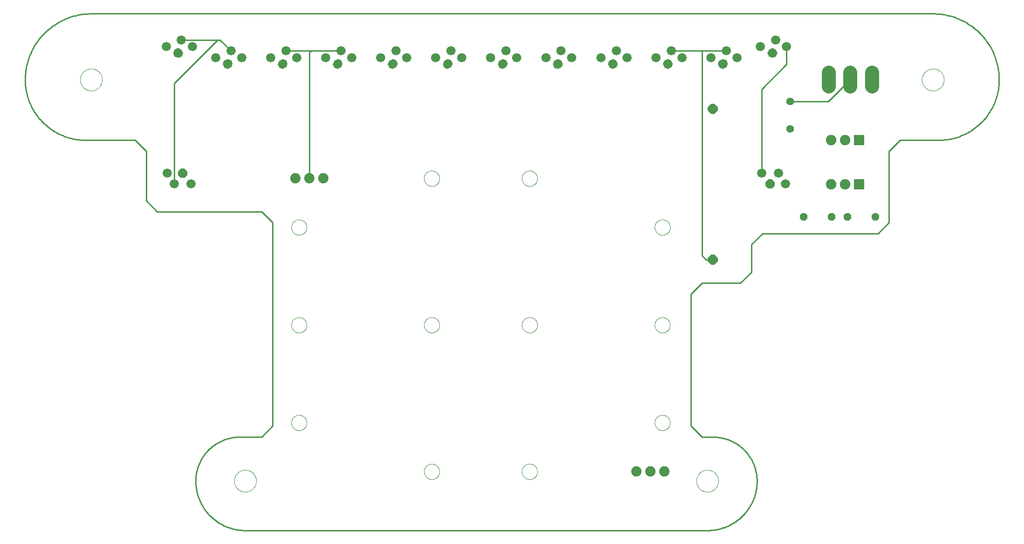
<source format=gbl>
G75*
%MOIN*%
%OFA0B0*%
%FSLAX25Y25*%
%IPPOS*%
%LPD*%
%AMOC8*
5,1,8,0,0,1.08239X$1,22.5*
%
%ADD10C,0.00000*%
%ADD11C,0.01000*%
%ADD12C,0.06600*%
%ADD13C,0.01320*%
%ADD14R,0.07520X0.07520*%
%ADD15C,0.07520*%
%ADD16OC8,0.06600*%
%ADD17C,0.10039*%
%ADD18OC8,0.05200*%
%ADD19OC8,0.07050*%
%ADD20C,0.05543*%
%ADD21C,0.07400*%
D10*
X0151106Y0036933D02*
X0151108Y0037126D01*
X0151115Y0037319D01*
X0151127Y0037512D01*
X0151144Y0037705D01*
X0151165Y0037897D01*
X0151191Y0038088D01*
X0151222Y0038279D01*
X0151257Y0038469D01*
X0151297Y0038658D01*
X0151342Y0038846D01*
X0151391Y0039033D01*
X0151445Y0039219D01*
X0151503Y0039403D01*
X0151566Y0039586D01*
X0151634Y0039767D01*
X0151705Y0039946D01*
X0151782Y0040124D01*
X0151862Y0040300D01*
X0151947Y0040473D01*
X0152036Y0040645D01*
X0152129Y0040814D01*
X0152226Y0040981D01*
X0152328Y0041146D01*
X0152433Y0041308D01*
X0152542Y0041467D01*
X0152656Y0041624D01*
X0152773Y0041777D01*
X0152893Y0041928D01*
X0153018Y0042076D01*
X0153146Y0042221D01*
X0153277Y0042362D01*
X0153412Y0042501D01*
X0153551Y0042636D01*
X0153692Y0042767D01*
X0153837Y0042895D01*
X0153985Y0043020D01*
X0154136Y0043140D01*
X0154289Y0043257D01*
X0154446Y0043371D01*
X0154605Y0043480D01*
X0154767Y0043585D01*
X0154932Y0043687D01*
X0155099Y0043784D01*
X0155268Y0043877D01*
X0155440Y0043966D01*
X0155613Y0044051D01*
X0155789Y0044131D01*
X0155967Y0044208D01*
X0156146Y0044279D01*
X0156327Y0044347D01*
X0156510Y0044410D01*
X0156694Y0044468D01*
X0156880Y0044522D01*
X0157067Y0044571D01*
X0157255Y0044616D01*
X0157444Y0044656D01*
X0157634Y0044691D01*
X0157825Y0044722D01*
X0158016Y0044748D01*
X0158208Y0044769D01*
X0158401Y0044786D01*
X0158594Y0044798D01*
X0158787Y0044805D01*
X0158980Y0044807D01*
X0159173Y0044805D01*
X0159366Y0044798D01*
X0159559Y0044786D01*
X0159752Y0044769D01*
X0159944Y0044748D01*
X0160135Y0044722D01*
X0160326Y0044691D01*
X0160516Y0044656D01*
X0160705Y0044616D01*
X0160893Y0044571D01*
X0161080Y0044522D01*
X0161266Y0044468D01*
X0161450Y0044410D01*
X0161633Y0044347D01*
X0161814Y0044279D01*
X0161993Y0044208D01*
X0162171Y0044131D01*
X0162347Y0044051D01*
X0162520Y0043966D01*
X0162692Y0043877D01*
X0162861Y0043784D01*
X0163028Y0043687D01*
X0163193Y0043585D01*
X0163355Y0043480D01*
X0163514Y0043371D01*
X0163671Y0043257D01*
X0163824Y0043140D01*
X0163975Y0043020D01*
X0164123Y0042895D01*
X0164268Y0042767D01*
X0164409Y0042636D01*
X0164548Y0042501D01*
X0164683Y0042362D01*
X0164814Y0042221D01*
X0164942Y0042076D01*
X0165067Y0041928D01*
X0165187Y0041777D01*
X0165304Y0041624D01*
X0165418Y0041467D01*
X0165527Y0041308D01*
X0165632Y0041146D01*
X0165734Y0040981D01*
X0165831Y0040814D01*
X0165924Y0040645D01*
X0166013Y0040473D01*
X0166098Y0040300D01*
X0166178Y0040124D01*
X0166255Y0039946D01*
X0166326Y0039767D01*
X0166394Y0039586D01*
X0166457Y0039403D01*
X0166515Y0039219D01*
X0166569Y0039033D01*
X0166618Y0038846D01*
X0166663Y0038658D01*
X0166703Y0038469D01*
X0166738Y0038279D01*
X0166769Y0038088D01*
X0166795Y0037897D01*
X0166816Y0037705D01*
X0166833Y0037512D01*
X0166845Y0037319D01*
X0166852Y0037126D01*
X0166854Y0036933D01*
X0166852Y0036740D01*
X0166845Y0036547D01*
X0166833Y0036354D01*
X0166816Y0036161D01*
X0166795Y0035969D01*
X0166769Y0035778D01*
X0166738Y0035587D01*
X0166703Y0035397D01*
X0166663Y0035208D01*
X0166618Y0035020D01*
X0166569Y0034833D01*
X0166515Y0034647D01*
X0166457Y0034463D01*
X0166394Y0034280D01*
X0166326Y0034099D01*
X0166255Y0033920D01*
X0166178Y0033742D01*
X0166098Y0033566D01*
X0166013Y0033393D01*
X0165924Y0033221D01*
X0165831Y0033052D01*
X0165734Y0032885D01*
X0165632Y0032720D01*
X0165527Y0032558D01*
X0165418Y0032399D01*
X0165304Y0032242D01*
X0165187Y0032089D01*
X0165067Y0031938D01*
X0164942Y0031790D01*
X0164814Y0031645D01*
X0164683Y0031504D01*
X0164548Y0031365D01*
X0164409Y0031230D01*
X0164268Y0031099D01*
X0164123Y0030971D01*
X0163975Y0030846D01*
X0163824Y0030726D01*
X0163671Y0030609D01*
X0163514Y0030495D01*
X0163355Y0030386D01*
X0163193Y0030281D01*
X0163028Y0030179D01*
X0162861Y0030082D01*
X0162692Y0029989D01*
X0162520Y0029900D01*
X0162347Y0029815D01*
X0162171Y0029735D01*
X0161993Y0029658D01*
X0161814Y0029587D01*
X0161633Y0029519D01*
X0161450Y0029456D01*
X0161266Y0029398D01*
X0161080Y0029344D01*
X0160893Y0029295D01*
X0160705Y0029250D01*
X0160516Y0029210D01*
X0160326Y0029175D01*
X0160135Y0029144D01*
X0159944Y0029118D01*
X0159752Y0029097D01*
X0159559Y0029080D01*
X0159366Y0029068D01*
X0159173Y0029061D01*
X0158980Y0029059D01*
X0158787Y0029061D01*
X0158594Y0029068D01*
X0158401Y0029080D01*
X0158208Y0029097D01*
X0158016Y0029118D01*
X0157825Y0029144D01*
X0157634Y0029175D01*
X0157444Y0029210D01*
X0157255Y0029250D01*
X0157067Y0029295D01*
X0156880Y0029344D01*
X0156694Y0029398D01*
X0156510Y0029456D01*
X0156327Y0029519D01*
X0156146Y0029587D01*
X0155967Y0029658D01*
X0155789Y0029735D01*
X0155613Y0029815D01*
X0155440Y0029900D01*
X0155268Y0029989D01*
X0155099Y0030082D01*
X0154932Y0030179D01*
X0154767Y0030281D01*
X0154605Y0030386D01*
X0154446Y0030495D01*
X0154289Y0030609D01*
X0154136Y0030726D01*
X0153985Y0030846D01*
X0153837Y0030971D01*
X0153692Y0031099D01*
X0153551Y0031230D01*
X0153412Y0031365D01*
X0153277Y0031504D01*
X0153146Y0031645D01*
X0153018Y0031790D01*
X0152893Y0031938D01*
X0152773Y0032089D01*
X0152656Y0032242D01*
X0152542Y0032399D01*
X0152433Y0032558D01*
X0152328Y0032720D01*
X0152226Y0032885D01*
X0152129Y0033052D01*
X0152036Y0033221D01*
X0151947Y0033393D01*
X0151862Y0033566D01*
X0151782Y0033742D01*
X0151705Y0033920D01*
X0151634Y0034099D01*
X0151566Y0034280D01*
X0151503Y0034463D01*
X0151445Y0034647D01*
X0151391Y0034833D01*
X0151342Y0035020D01*
X0151297Y0035208D01*
X0151257Y0035397D01*
X0151222Y0035587D01*
X0151191Y0035778D01*
X0151165Y0035969D01*
X0151144Y0036161D01*
X0151127Y0036354D01*
X0151115Y0036547D01*
X0151108Y0036740D01*
X0151106Y0036933D01*
X0191972Y0078587D02*
X0191974Y0078735D01*
X0191980Y0078883D01*
X0191990Y0079031D01*
X0192004Y0079178D01*
X0192022Y0079325D01*
X0192043Y0079471D01*
X0192069Y0079617D01*
X0192099Y0079762D01*
X0192132Y0079906D01*
X0192170Y0080049D01*
X0192211Y0080191D01*
X0192256Y0080332D01*
X0192304Y0080472D01*
X0192357Y0080611D01*
X0192413Y0080748D01*
X0192473Y0080883D01*
X0192536Y0081017D01*
X0192603Y0081149D01*
X0192674Y0081279D01*
X0192748Y0081407D01*
X0192825Y0081533D01*
X0192906Y0081657D01*
X0192990Y0081779D01*
X0193077Y0081898D01*
X0193168Y0082015D01*
X0193262Y0082130D01*
X0193358Y0082242D01*
X0193458Y0082352D01*
X0193560Y0082458D01*
X0193666Y0082562D01*
X0193774Y0082663D01*
X0193885Y0082761D01*
X0193998Y0082857D01*
X0194114Y0082949D01*
X0194232Y0083038D01*
X0194353Y0083123D01*
X0194476Y0083206D01*
X0194601Y0083285D01*
X0194728Y0083361D01*
X0194857Y0083433D01*
X0194988Y0083502D01*
X0195121Y0083567D01*
X0195256Y0083628D01*
X0195392Y0083686D01*
X0195529Y0083741D01*
X0195668Y0083791D01*
X0195809Y0083838D01*
X0195950Y0083881D01*
X0196093Y0083921D01*
X0196237Y0083956D01*
X0196381Y0083988D01*
X0196527Y0084015D01*
X0196673Y0084039D01*
X0196820Y0084059D01*
X0196967Y0084075D01*
X0197114Y0084087D01*
X0197262Y0084095D01*
X0197410Y0084099D01*
X0197558Y0084099D01*
X0197706Y0084095D01*
X0197854Y0084087D01*
X0198001Y0084075D01*
X0198148Y0084059D01*
X0198295Y0084039D01*
X0198441Y0084015D01*
X0198587Y0083988D01*
X0198731Y0083956D01*
X0198875Y0083921D01*
X0199018Y0083881D01*
X0199159Y0083838D01*
X0199300Y0083791D01*
X0199439Y0083741D01*
X0199576Y0083686D01*
X0199712Y0083628D01*
X0199847Y0083567D01*
X0199980Y0083502D01*
X0200111Y0083433D01*
X0200240Y0083361D01*
X0200367Y0083285D01*
X0200492Y0083206D01*
X0200615Y0083123D01*
X0200736Y0083038D01*
X0200854Y0082949D01*
X0200970Y0082857D01*
X0201083Y0082761D01*
X0201194Y0082663D01*
X0201302Y0082562D01*
X0201408Y0082458D01*
X0201510Y0082352D01*
X0201610Y0082242D01*
X0201706Y0082130D01*
X0201800Y0082015D01*
X0201891Y0081898D01*
X0201978Y0081779D01*
X0202062Y0081657D01*
X0202143Y0081533D01*
X0202220Y0081407D01*
X0202294Y0081279D01*
X0202365Y0081149D01*
X0202432Y0081017D01*
X0202495Y0080883D01*
X0202555Y0080748D01*
X0202611Y0080611D01*
X0202664Y0080472D01*
X0202712Y0080332D01*
X0202757Y0080191D01*
X0202798Y0080049D01*
X0202836Y0079906D01*
X0202869Y0079762D01*
X0202899Y0079617D01*
X0202925Y0079471D01*
X0202946Y0079325D01*
X0202964Y0079178D01*
X0202978Y0079031D01*
X0202988Y0078883D01*
X0202994Y0078735D01*
X0202996Y0078587D01*
X0202994Y0078439D01*
X0202988Y0078291D01*
X0202978Y0078143D01*
X0202964Y0077996D01*
X0202946Y0077849D01*
X0202925Y0077703D01*
X0202899Y0077557D01*
X0202869Y0077412D01*
X0202836Y0077268D01*
X0202798Y0077125D01*
X0202757Y0076983D01*
X0202712Y0076842D01*
X0202664Y0076702D01*
X0202611Y0076563D01*
X0202555Y0076426D01*
X0202495Y0076291D01*
X0202432Y0076157D01*
X0202365Y0076025D01*
X0202294Y0075895D01*
X0202220Y0075767D01*
X0202143Y0075641D01*
X0202062Y0075517D01*
X0201978Y0075395D01*
X0201891Y0075276D01*
X0201800Y0075159D01*
X0201706Y0075044D01*
X0201610Y0074932D01*
X0201510Y0074822D01*
X0201408Y0074716D01*
X0201302Y0074612D01*
X0201194Y0074511D01*
X0201083Y0074413D01*
X0200970Y0074317D01*
X0200854Y0074225D01*
X0200736Y0074136D01*
X0200615Y0074051D01*
X0200492Y0073968D01*
X0200367Y0073889D01*
X0200240Y0073813D01*
X0200111Y0073741D01*
X0199980Y0073672D01*
X0199847Y0073607D01*
X0199712Y0073546D01*
X0199576Y0073488D01*
X0199439Y0073433D01*
X0199300Y0073383D01*
X0199159Y0073336D01*
X0199018Y0073293D01*
X0198875Y0073253D01*
X0198731Y0073218D01*
X0198587Y0073186D01*
X0198441Y0073159D01*
X0198295Y0073135D01*
X0198148Y0073115D01*
X0198001Y0073099D01*
X0197854Y0073087D01*
X0197706Y0073079D01*
X0197558Y0073075D01*
X0197410Y0073075D01*
X0197262Y0073079D01*
X0197114Y0073087D01*
X0196967Y0073099D01*
X0196820Y0073115D01*
X0196673Y0073135D01*
X0196527Y0073159D01*
X0196381Y0073186D01*
X0196237Y0073218D01*
X0196093Y0073253D01*
X0195950Y0073293D01*
X0195809Y0073336D01*
X0195668Y0073383D01*
X0195529Y0073433D01*
X0195392Y0073488D01*
X0195256Y0073546D01*
X0195121Y0073607D01*
X0194988Y0073672D01*
X0194857Y0073741D01*
X0194728Y0073813D01*
X0194601Y0073889D01*
X0194476Y0073968D01*
X0194353Y0074051D01*
X0194232Y0074136D01*
X0194114Y0074225D01*
X0193998Y0074317D01*
X0193885Y0074413D01*
X0193774Y0074511D01*
X0193666Y0074612D01*
X0193560Y0074716D01*
X0193458Y0074822D01*
X0193358Y0074932D01*
X0193262Y0075044D01*
X0193168Y0075159D01*
X0193077Y0075276D01*
X0192990Y0075395D01*
X0192906Y0075517D01*
X0192825Y0075641D01*
X0192748Y0075767D01*
X0192674Y0075895D01*
X0192603Y0076025D01*
X0192536Y0076157D01*
X0192473Y0076291D01*
X0192413Y0076426D01*
X0192357Y0076563D01*
X0192304Y0076702D01*
X0192256Y0076842D01*
X0192211Y0076983D01*
X0192170Y0077125D01*
X0192132Y0077268D01*
X0192099Y0077412D01*
X0192069Y0077557D01*
X0192043Y0077703D01*
X0192022Y0077849D01*
X0192004Y0077996D01*
X0191990Y0078143D01*
X0191980Y0078291D01*
X0191974Y0078439D01*
X0191972Y0078587D01*
X0286972Y0043587D02*
X0286974Y0043735D01*
X0286980Y0043883D01*
X0286990Y0044031D01*
X0287004Y0044178D01*
X0287022Y0044325D01*
X0287043Y0044471D01*
X0287069Y0044617D01*
X0287099Y0044762D01*
X0287132Y0044906D01*
X0287170Y0045049D01*
X0287211Y0045191D01*
X0287256Y0045332D01*
X0287304Y0045472D01*
X0287357Y0045611D01*
X0287413Y0045748D01*
X0287473Y0045883D01*
X0287536Y0046017D01*
X0287603Y0046149D01*
X0287674Y0046279D01*
X0287748Y0046407D01*
X0287825Y0046533D01*
X0287906Y0046657D01*
X0287990Y0046779D01*
X0288077Y0046898D01*
X0288168Y0047015D01*
X0288262Y0047130D01*
X0288358Y0047242D01*
X0288458Y0047352D01*
X0288560Y0047458D01*
X0288666Y0047562D01*
X0288774Y0047663D01*
X0288885Y0047761D01*
X0288998Y0047857D01*
X0289114Y0047949D01*
X0289232Y0048038D01*
X0289353Y0048123D01*
X0289476Y0048206D01*
X0289601Y0048285D01*
X0289728Y0048361D01*
X0289857Y0048433D01*
X0289988Y0048502D01*
X0290121Y0048567D01*
X0290256Y0048628D01*
X0290392Y0048686D01*
X0290529Y0048741D01*
X0290668Y0048791D01*
X0290809Y0048838D01*
X0290950Y0048881D01*
X0291093Y0048921D01*
X0291237Y0048956D01*
X0291381Y0048988D01*
X0291527Y0049015D01*
X0291673Y0049039D01*
X0291820Y0049059D01*
X0291967Y0049075D01*
X0292114Y0049087D01*
X0292262Y0049095D01*
X0292410Y0049099D01*
X0292558Y0049099D01*
X0292706Y0049095D01*
X0292854Y0049087D01*
X0293001Y0049075D01*
X0293148Y0049059D01*
X0293295Y0049039D01*
X0293441Y0049015D01*
X0293587Y0048988D01*
X0293731Y0048956D01*
X0293875Y0048921D01*
X0294018Y0048881D01*
X0294159Y0048838D01*
X0294300Y0048791D01*
X0294439Y0048741D01*
X0294576Y0048686D01*
X0294712Y0048628D01*
X0294847Y0048567D01*
X0294980Y0048502D01*
X0295111Y0048433D01*
X0295240Y0048361D01*
X0295367Y0048285D01*
X0295492Y0048206D01*
X0295615Y0048123D01*
X0295736Y0048038D01*
X0295854Y0047949D01*
X0295970Y0047857D01*
X0296083Y0047761D01*
X0296194Y0047663D01*
X0296302Y0047562D01*
X0296408Y0047458D01*
X0296510Y0047352D01*
X0296610Y0047242D01*
X0296706Y0047130D01*
X0296800Y0047015D01*
X0296891Y0046898D01*
X0296978Y0046779D01*
X0297062Y0046657D01*
X0297143Y0046533D01*
X0297220Y0046407D01*
X0297294Y0046279D01*
X0297365Y0046149D01*
X0297432Y0046017D01*
X0297495Y0045883D01*
X0297555Y0045748D01*
X0297611Y0045611D01*
X0297664Y0045472D01*
X0297712Y0045332D01*
X0297757Y0045191D01*
X0297798Y0045049D01*
X0297836Y0044906D01*
X0297869Y0044762D01*
X0297899Y0044617D01*
X0297925Y0044471D01*
X0297946Y0044325D01*
X0297964Y0044178D01*
X0297978Y0044031D01*
X0297988Y0043883D01*
X0297994Y0043735D01*
X0297996Y0043587D01*
X0297994Y0043439D01*
X0297988Y0043291D01*
X0297978Y0043143D01*
X0297964Y0042996D01*
X0297946Y0042849D01*
X0297925Y0042703D01*
X0297899Y0042557D01*
X0297869Y0042412D01*
X0297836Y0042268D01*
X0297798Y0042125D01*
X0297757Y0041983D01*
X0297712Y0041842D01*
X0297664Y0041702D01*
X0297611Y0041563D01*
X0297555Y0041426D01*
X0297495Y0041291D01*
X0297432Y0041157D01*
X0297365Y0041025D01*
X0297294Y0040895D01*
X0297220Y0040767D01*
X0297143Y0040641D01*
X0297062Y0040517D01*
X0296978Y0040395D01*
X0296891Y0040276D01*
X0296800Y0040159D01*
X0296706Y0040044D01*
X0296610Y0039932D01*
X0296510Y0039822D01*
X0296408Y0039716D01*
X0296302Y0039612D01*
X0296194Y0039511D01*
X0296083Y0039413D01*
X0295970Y0039317D01*
X0295854Y0039225D01*
X0295736Y0039136D01*
X0295615Y0039051D01*
X0295492Y0038968D01*
X0295367Y0038889D01*
X0295240Y0038813D01*
X0295111Y0038741D01*
X0294980Y0038672D01*
X0294847Y0038607D01*
X0294712Y0038546D01*
X0294576Y0038488D01*
X0294439Y0038433D01*
X0294300Y0038383D01*
X0294159Y0038336D01*
X0294018Y0038293D01*
X0293875Y0038253D01*
X0293731Y0038218D01*
X0293587Y0038186D01*
X0293441Y0038159D01*
X0293295Y0038135D01*
X0293148Y0038115D01*
X0293001Y0038099D01*
X0292854Y0038087D01*
X0292706Y0038079D01*
X0292558Y0038075D01*
X0292410Y0038075D01*
X0292262Y0038079D01*
X0292114Y0038087D01*
X0291967Y0038099D01*
X0291820Y0038115D01*
X0291673Y0038135D01*
X0291527Y0038159D01*
X0291381Y0038186D01*
X0291237Y0038218D01*
X0291093Y0038253D01*
X0290950Y0038293D01*
X0290809Y0038336D01*
X0290668Y0038383D01*
X0290529Y0038433D01*
X0290392Y0038488D01*
X0290256Y0038546D01*
X0290121Y0038607D01*
X0289988Y0038672D01*
X0289857Y0038741D01*
X0289728Y0038813D01*
X0289601Y0038889D01*
X0289476Y0038968D01*
X0289353Y0039051D01*
X0289232Y0039136D01*
X0289114Y0039225D01*
X0288998Y0039317D01*
X0288885Y0039413D01*
X0288774Y0039511D01*
X0288666Y0039612D01*
X0288560Y0039716D01*
X0288458Y0039822D01*
X0288358Y0039932D01*
X0288262Y0040044D01*
X0288168Y0040159D01*
X0288077Y0040276D01*
X0287990Y0040395D01*
X0287906Y0040517D01*
X0287825Y0040641D01*
X0287748Y0040767D01*
X0287674Y0040895D01*
X0287603Y0041025D01*
X0287536Y0041157D01*
X0287473Y0041291D01*
X0287413Y0041426D01*
X0287357Y0041563D01*
X0287304Y0041702D01*
X0287256Y0041842D01*
X0287211Y0041983D01*
X0287170Y0042125D01*
X0287132Y0042268D01*
X0287099Y0042412D01*
X0287069Y0042557D01*
X0287043Y0042703D01*
X0287022Y0042849D01*
X0287004Y0042996D01*
X0286990Y0043143D01*
X0286980Y0043291D01*
X0286974Y0043439D01*
X0286972Y0043587D01*
X0356972Y0043587D02*
X0356974Y0043735D01*
X0356980Y0043883D01*
X0356990Y0044031D01*
X0357004Y0044178D01*
X0357022Y0044325D01*
X0357043Y0044471D01*
X0357069Y0044617D01*
X0357099Y0044762D01*
X0357132Y0044906D01*
X0357170Y0045049D01*
X0357211Y0045191D01*
X0357256Y0045332D01*
X0357304Y0045472D01*
X0357357Y0045611D01*
X0357413Y0045748D01*
X0357473Y0045883D01*
X0357536Y0046017D01*
X0357603Y0046149D01*
X0357674Y0046279D01*
X0357748Y0046407D01*
X0357825Y0046533D01*
X0357906Y0046657D01*
X0357990Y0046779D01*
X0358077Y0046898D01*
X0358168Y0047015D01*
X0358262Y0047130D01*
X0358358Y0047242D01*
X0358458Y0047352D01*
X0358560Y0047458D01*
X0358666Y0047562D01*
X0358774Y0047663D01*
X0358885Y0047761D01*
X0358998Y0047857D01*
X0359114Y0047949D01*
X0359232Y0048038D01*
X0359353Y0048123D01*
X0359476Y0048206D01*
X0359601Y0048285D01*
X0359728Y0048361D01*
X0359857Y0048433D01*
X0359988Y0048502D01*
X0360121Y0048567D01*
X0360256Y0048628D01*
X0360392Y0048686D01*
X0360529Y0048741D01*
X0360668Y0048791D01*
X0360809Y0048838D01*
X0360950Y0048881D01*
X0361093Y0048921D01*
X0361237Y0048956D01*
X0361381Y0048988D01*
X0361527Y0049015D01*
X0361673Y0049039D01*
X0361820Y0049059D01*
X0361967Y0049075D01*
X0362114Y0049087D01*
X0362262Y0049095D01*
X0362410Y0049099D01*
X0362558Y0049099D01*
X0362706Y0049095D01*
X0362854Y0049087D01*
X0363001Y0049075D01*
X0363148Y0049059D01*
X0363295Y0049039D01*
X0363441Y0049015D01*
X0363587Y0048988D01*
X0363731Y0048956D01*
X0363875Y0048921D01*
X0364018Y0048881D01*
X0364159Y0048838D01*
X0364300Y0048791D01*
X0364439Y0048741D01*
X0364576Y0048686D01*
X0364712Y0048628D01*
X0364847Y0048567D01*
X0364980Y0048502D01*
X0365111Y0048433D01*
X0365240Y0048361D01*
X0365367Y0048285D01*
X0365492Y0048206D01*
X0365615Y0048123D01*
X0365736Y0048038D01*
X0365854Y0047949D01*
X0365970Y0047857D01*
X0366083Y0047761D01*
X0366194Y0047663D01*
X0366302Y0047562D01*
X0366408Y0047458D01*
X0366510Y0047352D01*
X0366610Y0047242D01*
X0366706Y0047130D01*
X0366800Y0047015D01*
X0366891Y0046898D01*
X0366978Y0046779D01*
X0367062Y0046657D01*
X0367143Y0046533D01*
X0367220Y0046407D01*
X0367294Y0046279D01*
X0367365Y0046149D01*
X0367432Y0046017D01*
X0367495Y0045883D01*
X0367555Y0045748D01*
X0367611Y0045611D01*
X0367664Y0045472D01*
X0367712Y0045332D01*
X0367757Y0045191D01*
X0367798Y0045049D01*
X0367836Y0044906D01*
X0367869Y0044762D01*
X0367899Y0044617D01*
X0367925Y0044471D01*
X0367946Y0044325D01*
X0367964Y0044178D01*
X0367978Y0044031D01*
X0367988Y0043883D01*
X0367994Y0043735D01*
X0367996Y0043587D01*
X0367994Y0043439D01*
X0367988Y0043291D01*
X0367978Y0043143D01*
X0367964Y0042996D01*
X0367946Y0042849D01*
X0367925Y0042703D01*
X0367899Y0042557D01*
X0367869Y0042412D01*
X0367836Y0042268D01*
X0367798Y0042125D01*
X0367757Y0041983D01*
X0367712Y0041842D01*
X0367664Y0041702D01*
X0367611Y0041563D01*
X0367555Y0041426D01*
X0367495Y0041291D01*
X0367432Y0041157D01*
X0367365Y0041025D01*
X0367294Y0040895D01*
X0367220Y0040767D01*
X0367143Y0040641D01*
X0367062Y0040517D01*
X0366978Y0040395D01*
X0366891Y0040276D01*
X0366800Y0040159D01*
X0366706Y0040044D01*
X0366610Y0039932D01*
X0366510Y0039822D01*
X0366408Y0039716D01*
X0366302Y0039612D01*
X0366194Y0039511D01*
X0366083Y0039413D01*
X0365970Y0039317D01*
X0365854Y0039225D01*
X0365736Y0039136D01*
X0365615Y0039051D01*
X0365492Y0038968D01*
X0365367Y0038889D01*
X0365240Y0038813D01*
X0365111Y0038741D01*
X0364980Y0038672D01*
X0364847Y0038607D01*
X0364712Y0038546D01*
X0364576Y0038488D01*
X0364439Y0038433D01*
X0364300Y0038383D01*
X0364159Y0038336D01*
X0364018Y0038293D01*
X0363875Y0038253D01*
X0363731Y0038218D01*
X0363587Y0038186D01*
X0363441Y0038159D01*
X0363295Y0038135D01*
X0363148Y0038115D01*
X0363001Y0038099D01*
X0362854Y0038087D01*
X0362706Y0038079D01*
X0362558Y0038075D01*
X0362410Y0038075D01*
X0362262Y0038079D01*
X0362114Y0038087D01*
X0361967Y0038099D01*
X0361820Y0038115D01*
X0361673Y0038135D01*
X0361527Y0038159D01*
X0361381Y0038186D01*
X0361237Y0038218D01*
X0361093Y0038253D01*
X0360950Y0038293D01*
X0360809Y0038336D01*
X0360668Y0038383D01*
X0360529Y0038433D01*
X0360392Y0038488D01*
X0360256Y0038546D01*
X0360121Y0038607D01*
X0359988Y0038672D01*
X0359857Y0038741D01*
X0359728Y0038813D01*
X0359601Y0038889D01*
X0359476Y0038968D01*
X0359353Y0039051D01*
X0359232Y0039136D01*
X0359114Y0039225D01*
X0358998Y0039317D01*
X0358885Y0039413D01*
X0358774Y0039511D01*
X0358666Y0039612D01*
X0358560Y0039716D01*
X0358458Y0039822D01*
X0358358Y0039932D01*
X0358262Y0040044D01*
X0358168Y0040159D01*
X0358077Y0040276D01*
X0357990Y0040395D01*
X0357906Y0040517D01*
X0357825Y0040641D01*
X0357748Y0040767D01*
X0357674Y0040895D01*
X0357603Y0041025D01*
X0357536Y0041157D01*
X0357473Y0041291D01*
X0357413Y0041426D01*
X0357357Y0041563D01*
X0357304Y0041702D01*
X0357256Y0041842D01*
X0357211Y0041983D01*
X0357170Y0042125D01*
X0357132Y0042268D01*
X0357099Y0042412D01*
X0357069Y0042557D01*
X0357043Y0042703D01*
X0357022Y0042849D01*
X0357004Y0042996D01*
X0356990Y0043143D01*
X0356980Y0043291D01*
X0356974Y0043439D01*
X0356972Y0043587D01*
X0451972Y0078587D02*
X0451974Y0078735D01*
X0451980Y0078883D01*
X0451990Y0079031D01*
X0452004Y0079178D01*
X0452022Y0079325D01*
X0452043Y0079471D01*
X0452069Y0079617D01*
X0452099Y0079762D01*
X0452132Y0079906D01*
X0452170Y0080049D01*
X0452211Y0080191D01*
X0452256Y0080332D01*
X0452304Y0080472D01*
X0452357Y0080611D01*
X0452413Y0080748D01*
X0452473Y0080883D01*
X0452536Y0081017D01*
X0452603Y0081149D01*
X0452674Y0081279D01*
X0452748Y0081407D01*
X0452825Y0081533D01*
X0452906Y0081657D01*
X0452990Y0081779D01*
X0453077Y0081898D01*
X0453168Y0082015D01*
X0453262Y0082130D01*
X0453358Y0082242D01*
X0453458Y0082352D01*
X0453560Y0082458D01*
X0453666Y0082562D01*
X0453774Y0082663D01*
X0453885Y0082761D01*
X0453998Y0082857D01*
X0454114Y0082949D01*
X0454232Y0083038D01*
X0454353Y0083123D01*
X0454476Y0083206D01*
X0454601Y0083285D01*
X0454728Y0083361D01*
X0454857Y0083433D01*
X0454988Y0083502D01*
X0455121Y0083567D01*
X0455256Y0083628D01*
X0455392Y0083686D01*
X0455529Y0083741D01*
X0455668Y0083791D01*
X0455809Y0083838D01*
X0455950Y0083881D01*
X0456093Y0083921D01*
X0456237Y0083956D01*
X0456381Y0083988D01*
X0456527Y0084015D01*
X0456673Y0084039D01*
X0456820Y0084059D01*
X0456967Y0084075D01*
X0457114Y0084087D01*
X0457262Y0084095D01*
X0457410Y0084099D01*
X0457558Y0084099D01*
X0457706Y0084095D01*
X0457854Y0084087D01*
X0458001Y0084075D01*
X0458148Y0084059D01*
X0458295Y0084039D01*
X0458441Y0084015D01*
X0458587Y0083988D01*
X0458731Y0083956D01*
X0458875Y0083921D01*
X0459018Y0083881D01*
X0459159Y0083838D01*
X0459300Y0083791D01*
X0459439Y0083741D01*
X0459576Y0083686D01*
X0459712Y0083628D01*
X0459847Y0083567D01*
X0459980Y0083502D01*
X0460111Y0083433D01*
X0460240Y0083361D01*
X0460367Y0083285D01*
X0460492Y0083206D01*
X0460615Y0083123D01*
X0460736Y0083038D01*
X0460854Y0082949D01*
X0460970Y0082857D01*
X0461083Y0082761D01*
X0461194Y0082663D01*
X0461302Y0082562D01*
X0461408Y0082458D01*
X0461510Y0082352D01*
X0461610Y0082242D01*
X0461706Y0082130D01*
X0461800Y0082015D01*
X0461891Y0081898D01*
X0461978Y0081779D01*
X0462062Y0081657D01*
X0462143Y0081533D01*
X0462220Y0081407D01*
X0462294Y0081279D01*
X0462365Y0081149D01*
X0462432Y0081017D01*
X0462495Y0080883D01*
X0462555Y0080748D01*
X0462611Y0080611D01*
X0462664Y0080472D01*
X0462712Y0080332D01*
X0462757Y0080191D01*
X0462798Y0080049D01*
X0462836Y0079906D01*
X0462869Y0079762D01*
X0462899Y0079617D01*
X0462925Y0079471D01*
X0462946Y0079325D01*
X0462964Y0079178D01*
X0462978Y0079031D01*
X0462988Y0078883D01*
X0462994Y0078735D01*
X0462996Y0078587D01*
X0462994Y0078439D01*
X0462988Y0078291D01*
X0462978Y0078143D01*
X0462964Y0077996D01*
X0462946Y0077849D01*
X0462925Y0077703D01*
X0462899Y0077557D01*
X0462869Y0077412D01*
X0462836Y0077268D01*
X0462798Y0077125D01*
X0462757Y0076983D01*
X0462712Y0076842D01*
X0462664Y0076702D01*
X0462611Y0076563D01*
X0462555Y0076426D01*
X0462495Y0076291D01*
X0462432Y0076157D01*
X0462365Y0076025D01*
X0462294Y0075895D01*
X0462220Y0075767D01*
X0462143Y0075641D01*
X0462062Y0075517D01*
X0461978Y0075395D01*
X0461891Y0075276D01*
X0461800Y0075159D01*
X0461706Y0075044D01*
X0461610Y0074932D01*
X0461510Y0074822D01*
X0461408Y0074716D01*
X0461302Y0074612D01*
X0461194Y0074511D01*
X0461083Y0074413D01*
X0460970Y0074317D01*
X0460854Y0074225D01*
X0460736Y0074136D01*
X0460615Y0074051D01*
X0460492Y0073968D01*
X0460367Y0073889D01*
X0460240Y0073813D01*
X0460111Y0073741D01*
X0459980Y0073672D01*
X0459847Y0073607D01*
X0459712Y0073546D01*
X0459576Y0073488D01*
X0459439Y0073433D01*
X0459300Y0073383D01*
X0459159Y0073336D01*
X0459018Y0073293D01*
X0458875Y0073253D01*
X0458731Y0073218D01*
X0458587Y0073186D01*
X0458441Y0073159D01*
X0458295Y0073135D01*
X0458148Y0073115D01*
X0458001Y0073099D01*
X0457854Y0073087D01*
X0457706Y0073079D01*
X0457558Y0073075D01*
X0457410Y0073075D01*
X0457262Y0073079D01*
X0457114Y0073087D01*
X0456967Y0073099D01*
X0456820Y0073115D01*
X0456673Y0073135D01*
X0456527Y0073159D01*
X0456381Y0073186D01*
X0456237Y0073218D01*
X0456093Y0073253D01*
X0455950Y0073293D01*
X0455809Y0073336D01*
X0455668Y0073383D01*
X0455529Y0073433D01*
X0455392Y0073488D01*
X0455256Y0073546D01*
X0455121Y0073607D01*
X0454988Y0073672D01*
X0454857Y0073741D01*
X0454728Y0073813D01*
X0454601Y0073889D01*
X0454476Y0073968D01*
X0454353Y0074051D01*
X0454232Y0074136D01*
X0454114Y0074225D01*
X0453998Y0074317D01*
X0453885Y0074413D01*
X0453774Y0074511D01*
X0453666Y0074612D01*
X0453560Y0074716D01*
X0453458Y0074822D01*
X0453358Y0074932D01*
X0453262Y0075044D01*
X0453168Y0075159D01*
X0453077Y0075276D01*
X0452990Y0075395D01*
X0452906Y0075517D01*
X0452825Y0075641D01*
X0452748Y0075767D01*
X0452674Y0075895D01*
X0452603Y0076025D01*
X0452536Y0076157D01*
X0452473Y0076291D01*
X0452413Y0076426D01*
X0452357Y0076563D01*
X0452304Y0076702D01*
X0452256Y0076842D01*
X0452211Y0076983D01*
X0452170Y0077125D01*
X0452132Y0077268D01*
X0452099Y0077412D01*
X0452069Y0077557D01*
X0452043Y0077703D01*
X0452022Y0077849D01*
X0452004Y0077996D01*
X0451990Y0078143D01*
X0451980Y0078291D01*
X0451974Y0078439D01*
X0451972Y0078587D01*
X0481815Y0036933D02*
X0481817Y0037126D01*
X0481824Y0037319D01*
X0481836Y0037512D01*
X0481853Y0037705D01*
X0481874Y0037897D01*
X0481900Y0038088D01*
X0481931Y0038279D01*
X0481966Y0038469D01*
X0482006Y0038658D01*
X0482051Y0038846D01*
X0482100Y0039033D01*
X0482154Y0039219D01*
X0482212Y0039403D01*
X0482275Y0039586D01*
X0482343Y0039767D01*
X0482414Y0039946D01*
X0482491Y0040124D01*
X0482571Y0040300D01*
X0482656Y0040473D01*
X0482745Y0040645D01*
X0482838Y0040814D01*
X0482935Y0040981D01*
X0483037Y0041146D01*
X0483142Y0041308D01*
X0483251Y0041467D01*
X0483365Y0041624D01*
X0483482Y0041777D01*
X0483602Y0041928D01*
X0483727Y0042076D01*
X0483855Y0042221D01*
X0483986Y0042362D01*
X0484121Y0042501D01*
X0484260Y0042636D01*
X0484401Y0042767D01*
X0484546Y0042895D01*
X0484694Y0043020D01*
X0484845Y0043140D01*
X0484998Y0043257D01*
X0485155Y0043371D01*
X0485314Y0043480D01*
X0485476Y0043585D01*
X0485641Y0043687D01*
X0485808Y0043784D01*
X0485977Y0043877D01*
X0486149Y0043966D01*
X0486322Y0044051D01*
X0486498Y0044131D01*
X0486676Y0044208D01*
X0486855Y0044279D01*
X0487036Y0044347D01*
X0487219Y0044410D01*
X0487403Y0044468D01*
X0487589Y0044522D01*
X0487776Y0044571D01*
X0487964Y0044616D01*
X0488153Y0044656D01*
X0488343Y0044691D01*
X0488534Y0044722D01*
X0488725Y0044748D01*
X0488917Y0044769D01*
X0489110Y0044786D01*
X0489303Y0044798D01*
X0489496Y0044805D01*
X0489689Y0044807D01*
X0489882Y0044805D01*
X0490075Y0044798D01*
X0490268Y0044786D01*
X0490461Y0044769D01*
X0490653Y0044748D01*
X0490844Y0044722D01*
X0491035Y0044691D01*
X0491225Y0044656D01*
X0491414Y0044616D01*
X0491602Y0044571D01*
X0491789Y0044522D01*
X0491975Y0044468D01*
X0492159Y0044410D01*
X0492342Y0044347D01*
X0492523Y0044279D01*
X0492702Y0044208D01*
X0492880Y0044131D01*
X0493056Y0044051D01*
X0493229Y0043966D01*
X0493401Y0043877D01*
X0493570Y0043784D01*
X0493737Y0043687D01*
X0493902Y0043585D01*
X0494064Y0043480D01*
X0494223Y0043371D01*
X0494380Y0043257D01*
X0494533Y0043140D01*
X0494684Y0043020D01*
X0494832Y0042895D01*
X0494977Y0042767D01*
X0495118Y0042636D01*
X0495257Y0042501D01*
X0495392Y0042362D01*
X0495523Y0042221D01*
X0495651Y0042076D01*
X0495776Y0041928D01*
X0495896Y0041777D01*
X0496013Y0041624D01*
X0496127Y0041467D01*
X0496236Y0041308D01*
X0496341Y0041146D01*
X0496443Y0040981D01*
X0496540Y0040814D01*
X0496633Y0040645D01*
X0496722Y0040473D01*
X0496807Y0040300D01*
X0496887Y0040124D01*
X0496964Y0039946D01*
X0497035Y0039767D01*
X0497103Y0039586D01*
X0497166Y0039403D01*
X0497224Y0039219D01*
X0497278Y0039033D01*
X0497327Y0038846D01*
X0497372Y0038658D01*
X0497412Y0038469D01*
X0497447Y0038279D01*
X0497478Y0038088D01*
X0497504Y0037897D01*
X0497525Y0037705D01*
X0497542Y0037512D01*
X0497554Y0037319D01*
X0497561Y0037126D01*
X0497563Y0036933D01*
X0497561Y0036740D01*
X0497554Y0036547D01*
X0497542Y0036354D01*
X0497525Y0036161D01*
X0497504Y0035969D01*
X0497478Y0035778D01*
X0497447Y0035587D01*
X0497412Y0035397D01*
X0497372Y0035208D01*
X0497327Y0035020D01*
X0497278Y0034833D01*
X0497224Y0034647D01*
X0497166Y0034463D01*
X0497103Y0034280D01*
X0497035Y0034099D01*
X0496964Y0033920D01*
X0496887Y0033742D01*
X0496807Y0033566D01*
X0496722Y0033393D01*
X0496633Y0033221D01*
X0496540Y0033052D01*
X0496443Y0032885D01*
X0496341Y0032720D01*
X0496236Y0032558D01*
X0496127Y0032399D01*
X0496013Y0032242D01*
X0495896Y0032089D01*
X0495776Y0031938D01*
X0495651Y0031790D01*
X0495523Y0031645D01*
X0495392Y0031504D01*
X0495257Y0031365D01*
X0495118Y0031230D01*
X0494977Y0031099D01*
X0494832Y0030971D01*
X0494684Y0030846D01*
X0494533Y0030726D01*
X0494380Y0030609D01*
X0494223Y0030495D01*
X0494064Y0030386D01*
X0493902Y0030281D01*
X0493737Y0030179D01*
X0493570Y0030082D01*
X0493401Y0029989D01*
X0493229Y0029900D01*
X0493056Y0029815D01*
X0492880Y0029735D01*
X0492702Y0029658D01*
X0492523Y0029587D01*
X0492342Y0029519D01*
X0492159Y0029456D01*
X0491975Y0029398D01*
X0491789Y0029344D01*
X0491602Y0029295D01*
X0491414Y0029250D01*
X0491225Y0029210D01*
X0491035Y0029175D01*
X0490844Y0029144D01*
X0490653Y0029118D01*
X0490461Y0029097D01*
X0490268Y0029080D01*
X0490075Y0029068D01*
X0489882Y0029061D01*
X0489689Y0029059D01*
X0489496Y0029061D01*
X0489303Y0029068D01*
X0489110Y0029080D01*
X0488917Y0029097D01*
X0488725Y0029118D01*
X0488534Y0029144D01*
X0488343Y0029175D01*
X0488153Y0029210D01*
X0487964Y0029250D01*
X0487776Y0029295D01*
X0487589Y0029344D01*
X0487403Y0029398D01*
X0487219Y0029456D01*
X0487036Y0029519D01*
X0486855Y0029587D01*
X0486676Y0029658D01*
X0486498Y0029735D01*
X0486322Y0029815D01*
X0486149Y0029900D01*
X0485977Y0029989D01*
X0485808Y0030082D01*
X0485641Y0030179D01*
X0485476Y0030281D01*
X0485314Y0030386D01*
X0485155Y0030495D01*
X0484998Y0030609D01*
X0484845Y0030726D01*
X0484694Y0030846D01*
X0484546Y0030971D01*
X0484401Y0031099D01*
X0484260Y0031230D01*
X0484121Y0031365D01*
X0483986Y0031504D01*
X0483855Y0031645D01*
X0483727Y0031790D01*
X0483602Y0031938D01*
X0483482Y0032089D01*
X0483365Y0032242D01*
X0483251Y0032399D01*
X0483142Y0032558D01*
X0483037Y0032720D01*
X0482935Y0032885D01*
X0482838Y0033052D01*
X0482745Y0033221D01*
X0482656Y0033393D01*
X0482571Y0033566D01*
X0482491Y0033742D01*
X0482414Y0033920D01*
X0482343Y0034099D01*
X0482275Y0034280D01*
X0482212Y0034463D01*
X0482154Y0034647D01*
X0482100Y0034833D01*
X0482051Y0035020D01*
X0482006Y0035208D01*
X0481966Y0035397D01*
X0481931Y0035587D01*
X0481900Y0035778D01*
X0481874Y0035969D01*
X0481853Y0036161D01*
X0481836Y0036354D01*
X0481824Y0036547D01*
X0481817Y0036740D01*
X0481815Y0036933D01*
X0451972Y0148587D02*
X0451974Y0148735D01*
X0451980Y0148883D01*
X0451990Y0149031D01*
X0452004Y0149178D01*
X0452022Y0149325D01*
X0452043Y0149471D01*
X0452069Y0149617D01*
X0452099Y0149762D01*
X0452132Y0149906D01*
X0452170Y0150049D01*
X0452211Y0150191D01*
X0452256Y0150332D01*
X0452304Y0150472D01*
X0452357Y0150611D01*
X0452413Y0150748D01*
X0452473Y0150883D01*
X0452536Y0151017D01*
X0452603Y0151149D01*
X0452674Y0151279D01*
X0452748Y0151407D01*
X0452825Y0151533D01*
X0452906Y0151657D01*
X0452990Y0151779D01*
X0453077Y0151898D01*
X0453168Y0152015D01*
X0453262Y0152130D01*
X0453358Y0152242D01*
X0453458Y0152352D01*
X0453560Y0152458D01*
X0453666Y0152562D01*
X0453774Y0152663D01*
X0453885Y0152761D01*
X0453998Y0152857D01*
X0454114Y0152949D01*
X0454232Y0153038D01*
X0454353Y0153123D01*
X0454476Y0153206D01*
X0454601Y0153285D01*
X0454728Y0153361D01*
X0454857Y0153433D01*
X0454988Y0153502D01*
X0455121Y0153567D01*
X0455256Y0153628D01*
X0455392Y0153686D01*
X0455529Y0153741D01*
X0455668Y0153791D01*
X0455809Y0153838D01*
X0455950Y0153881D01*
X0456093Y0153921D01*
X0456237Y0153956D01*
X0456381Y0153988D01*
X0456527Y0154015D01*
X0456673Y0154039D01*
X0456820Y0154059D01*
X0456967Y0154075D01*
X0457114Y0154087D01*
X0457262Y0154095D01*
X0457410Y0154099D01*
X0457558Y0154099D01*
X0457706Y0154095D01*
X0457854Y0154087D01*
X0458001Y0154075D01*
X0458148Y0154059D01*
X0458295Y0154039D01*
X0458441Y0154015D01*
X0458587Y0153988D01*
X0458731Y0153956D01*
X0458875Y0153921D01*
X0459018Y0153881D01*
X0459159Y0153838D01*
X0459300Y0153791D01*
X0459439Y0153741D01*
X0459576Y0153686D01*
X0459712Y0153628D01*
X0459847Y0153567D01*
X0459980Y0153502D01*
X0460111Y0153433D01*
X0460240Y0153361D01*
X0460367Y0153285D01*
X0460492Y0153206D01*
X0460615Y0153123D01*
X0460736Y0153038D01*
X0460854Y0152949D01*
X0460970Y0152857D01*
X0461083Y0152761D01*
X0461194Y0152663D01*
X0461302Y0152562D01*
X0461408Y0152458D01*
X0461510Y0152352D01*
X0461610Y0152242D01*
X0461706Y0152130D01*
X0461800Y0152015D01*
X0461891Y0151898D01*
X0461978Y0151779D01*
X0462062Y0151657D01*
X0462143Y0151533D01*
X0462220Y0151407D01*
X0462294Y0151279D01*
X0462365Y0151149D01*
X0462432Y0151017D01*
X0462495Y0150883D01*
X0462555Y0150748D01*
X0462611Y0150611D01*
X0462664Y0150472D01*
X0462712Y0150332D01*
X0462757Y0150191D01*
X0462798Y0150049D01*
X0462836Y0149906D01*
X0462869Y0149762D01*
X0462899Y0149617D01*
X0462925Y0149471D01*
X0462946Y0149325D01*
X0462964Y0149178D01*
X0462978Y0149031D01*
X0462988Y0148883D01*
X0462994Y0148735D01*
X0462996Y0148587D01*
X0462994Y0148439D01*
X0462988Y0148291D01*
X0462978Y0148143D01*
X0462964Y0147996D01*
X0462946Y0147849D01*
X0462925Y0147703D01*
X0462899Y0147557D01*
X0462869Y0147412D01*
X0462836Y0147268D01*
X0462798Y0147125D01*
X0462757Y0146983D01*
X0462712Y0146842D01*
X0462664Y0146702D01*
X0462611Y0146563D01*
X0462555Y0146426D01*
X0462495Y0146291D01*
X0462432Y0146157D01*
X0462365Y0146025D01*
X0462294Y0145895D01*
X0462220Y0145767D01*
X0462143Y0145641D01*
X0462062Y0145517D01*
X0461978Y0145395D01*
X0461891Y0145276D01*
X0461800Y0145159D01*
X0461706Y0145044D01*
X0461610Y0144932D01*
X0461510Y0144822D01*
X0461408Y0144716D01*
X0461302Y0144612D01*
X0461194Y0144511D01*
X0461083Y0144413D01*
X0460970Y0144317D01*
X0460854Y0144225D01*
X0460736Y0144136D01*
X0460615Y0144051D01*
X0460492Y0143968D01*
X0460367Y0143889D01*
X0460240Y0143813D01*
X0460111Y0143741D01*
X0459980Y0143672D01*
X0459847Y0143607D01*
X0459712Y0143546D01*
X0459576Y0143488D01*
X0459439Y0143433D01*
X0459300Y0143383D01*
X0459159Y0143336D01*
X0459018Y0143293D01*
X0458875Y0143253D01*
X0458731Y0143218D01*
X0458587Y0143186D01*
X0458441Y0143159D01*
X0458295Y0143135D01*
X0458148Y0143115D01*
X0458001Y0143099D01*
X0457854Y0143087D01*
X0457706Y0143079D01*
X0457558Y0143075D01*
X0457410Y0143075D01*
X0457262Y0143079D01*
X0457114Y0143087D01*
X0456967Y0143099D01*
X0456820Y0143115D01*
X0456673Y0143135D01*
X0456527Y0143159D01*
X0456381Y0143186D01*
X0456237Y0143218D01*
X0456093Y0143253D01*
X0455950Y0143293D01*
X0455809Y0143336D01*
X0455668Y0143383D01*
X0455529Y0143433D01*
X0455392Y0143488D01*
X0455256Y0143546D01*
X0455121Y0143607D01*
X0454988Y0143672D01*
X0454857Y0143741D01*
X0454728Y0143813D01*
X0454601Y0143889D01*
X0454476Y0143968D01*
X0454353Y0144051D01*
X0454232Y0144136D01*
X0454114Y0144225D01*
X0453998Y0144317D01*
X0453885Y0144413D01*
X0453774Y0144511D01*
X0453666Y0144612D01*
X0453560Y0144716D01*
X0453458Y0144822D01*
X0453358Y0144932D01*
X0453262Y0145044D01*
X0453168Y0145159D01*
X0453077Y0145276D01*
X0452990Y0145395D01*
X0452906Y0145517D01*
X0452825Y0145641D01*
X0452748Y0145767D01*
X0452674Y0145895D01*
X0452603Y0146025D01*
X0452536Y0146157D01*
X0452473Y0146291D01*
X0452413Y0146426D01*
X0452357Y0146563D01*
X0452304Y0146702D01*
X0452256Y0146842D01*
X0452211Y0146983D01*
X0452170Y0147125D01*
X0452132Y0147268D01*
X0452099Y0147412D01*
X0452069Y0147557D01*
X0452043Y0147703D01*
X0452022Y0147849D01*
X0452004Y0147996D01*
X0451990Y0148143D01*
X0451980Y0148291D01*
X0451974Y0148439D01*
X0451972Y0148587D01*
X0356972Y0148587D02*
X0356974Y0148735D01*
X0356980Y0148883D01*
X0356990Y0149031D01*
X0357004Y0149178D01*
X0357022Y0149325D01*
X0357043Y0149471D01*
X0357069Y0149617D01*
X0357099Y0149762D01*
X0357132Y0149906D01*
X0357170Y0150049D01*
X0357211Y0150191D01*
X0357256Y0150332D01*
X0357304Y0150472D01*
X0357357Y0150611D01*
X0357413Y0150748D01*
X0357473Y0150883D01*
X0357536Y0151017D01*
X0357603Y0151149D01*
X0357674Y0151279D01*
X0357748Y0151407D01*
X0357825Y0151533D01*
X0357906Y0151657D01*
X0357990Y0151779D01*
X0358077Y0151898D01*
X0358168Y0152015D01*
X0358262Y0152130D01*
X0358358Y0152242D01*
X0358458Y0152352D01*
X0358560Y0152458D01*
X0358666Y0152562D01*
X0358774Y0152663D01*
X0358885Y0152761D01*
X0358998Y0152857D01*
X0359114Y0152949D01*
X0359232Y0153038D01*
X0359353Y0153123D01*
X0359476Y0153206D01*
X0359601Y0153285D01*
X0359728Y0153361D01*
X0359857Y0153433D01*
X0359988Y0153502D01*
X0360121Y0153567D01*
X0360256Y0153628D01*
X0360392Y0153686D01*
X0360529Y0153741D01*
X0360668Y0153791D01*
X0360809Y0153838D01*
X0360950Y0153881D01*
X0361093Y0153921D01*
X0361237Y0153956D01*
X0361381Y0153988D01*
X0361527Y0154015D01*
X0361673Y0154039D01*
X0361820Y0154059D01*
X0361967Y0154075D01*
X0362114Y0154087D01*
X0362262Y0154095D01*
X0362410Y0154099D01*
X0362558Y0154099D01*
X0362706Y0154095D01*
X0362854Y0154087D01*
X0363001Y0154075D01*
X0363148Y0154059D01*
X0363295Y0154039D01*
X0363441Y0154015D01*
X0363587Y0153988D01*
X0363731Y0153956D01*
X0363875Y0153921D01*
X0364018Y0153881D01*
X0364159Y0153838D01*
X0364300Y0153791D01*
X0364439Y0153741D01*
X0364576Y0153686D01*
X0364712Y0153628D01*
X0364847Y0153567D01*
X0364980Y0153502D01*
X0365111Y0153433D01*
X0365240Y0153361D01*
X0365367Y0153285D01*
X0365492Y0153206D01*
X0365615Y0153123D01*
X0365736Y0153038D01*
X0365854Y0152949D01*
X0365970Y0152857D01*
X0366083Y0152761D01*
X0366194Y0152663D01*
X0366302Y0152562D01*
X0366408Y0152458D01*
X0366510Y0152352D01*
X0366610Y0152242D01*
X0366706Y0152130D01*
X0366800Y0152015D01*
X0366891Y0151898D01*
X0366978Y0151779D01*
X0367062Y0151657D01*
X0367143Y0151533D01*
X0367220Y0151407D01*
X0367294Y0151279D01*
X0367365Y0151149D01*
X0367432Y0151017D01*
X0367495Y0150883D01*
X0367555Y0150748D01*
X0367611Y0150611D01*
X0367664Y0150472D01*
X0367712Y0150332D01*
X0367757Y0150191D01*
X0367798Y0150049D01*
X0367836Y0149906D01*
X0367869Y0149762D01*
X0367899Y0149617D01*
X0367925Y0149471D01*
X0367946Y0149325D01*
X0367964Y0149178D01*
X0367978Y0149031D01*
X0367988Y0148883D01*
X0367994Y0148735D01*
X0367996Y0148587D01*
X0367994Y0148439D01*
X0367988Y0148291D01*
X0367978Y0148143D01*
X0367964Y0147996D01*
X0367946Y0147849D01*
X0367925Y0147703D01*
X0367899Y0147557D01*
X0367869Y0147412D01*
X0367836Y0147268D01*
X0367798Y0147125D01*
X0367757Y0146983D01*
X0367712Y0146842D01*
X0367664Y0146702D01*
X0367611Y0146563D01*
X0367555Y0146426D01*
X0367495Y0146291D01*
X0367432Y0146157D01*
X0367365Y0146025D01*
X0367294Y0145895D01*
X0367220Y0145767D01*
X0367143Y0145641D01*
X0367062Y0145517D01*
X0366978Y0145395D01*
X0366891Y0145276D01*
X0366800Y0145159D01*
X0366706Y0145044D01*
X0366610Y0144932D01*
X0366510Y0144822D01*
X0366408Y0144716D01*
X0366302Y0144612D01*
X0366194Y0144511D01*
X0366083Y0144413D01*
X0365970Y0144317D01*
X0365854Y0144225D01*
X0365736Y0144136D01*
X0365615Y0144051D01*
X0365492Y0143968D01*
X0365367Y0143889D01*
X0365240Y0143813D01*
X0365111Y0143741D01*
X0364980Y0143672D01*
X0364847Y0143607D01*
X0364712Y0143546D01*
X0364576Y0143488D01*
X0364439Y0143433D01*
X0364300Y0143383D01*
X0364159Y0143336D01*
X0364018Y0143293D01*
X0363875Y0143253D01*
X0363731Y0143218D01*
X0363587Y0143186D01*
X0363441Y0143159D01*
X0363295Y0143135D01*
X0363148Y0143115D01*
X0363001Y0143099D01*
X0362854Y0143087D01*
X0362706Y0143079D01*
X0362558Y0143075D01*
X0362410Y0143075D01*
X0362262Y0143079D01*
X0362114Y0143087D01*
X0361967Y0143099D01*
X0361820Y0143115D01*
X0361673Y0143135D01*
X0361527Y0143159D01*
X0361381Y0143186D01*
X0361237Y0143218D01*
X0361093Y0143253D01*
X0360950Y0143293D01*
X0360809Y0143336D01*
X0360668Y0143383D01*
X0360529Y0143433D01*
X0360392Y0143488D01*
X0360256Y0143546D01*
X0360121Y0143607D01*
X0359988Y0143672D01*
X0359857Y0143741D01*
X0359728Y0143813D01*
X0359601Y0143889D01*
X0359476Y0143968D01*
X0359353Y0144051D01*
X0359232Y0144136D01*
X0359114Y0144225D01*
X0358998Y0144317D01*
X0358885Y0144413D01*
X0358774Y0144511D01*
X0358666Y0144612D01*
X0358560Y0144716D01*
X0358458Y0144822D01*
X0358358Y0144932D01*
X0358262Y0145044D01*
X0358168Y0145159D01*
X0358077Y0145276D01*
X0357990Y0145395D01*
X0357906Y0145517D01*
X0357825Y0145641D01*
X0357748Y0145767D01*
X0357674Y0145895D01*
X0357603Y0146025D01*
X0357536Y0146157D01*
X0357473Y0146291D01*
X0357413Y0146426D01*
X0357357Y0146563D01*
X0357304Y0146702D01*
X0357256Y0146842D01*
X0357211Y0146983D01*
X0357170Y0147125D01*
X0357132Y0147268D01*
X0357099Y0147412D01*
X0357069Y0147557D01*
X0357043Y0147703D01*
X0357022Y0147849D01*
X0357004Y0147996D01*
X0356990Y0148143D01*
X0356980Y0148291D01*
X0356974Y0148439D01*
X0356972Y0148587D01*
X0286972Y0148587D02*
X0286974Y0148735D01*
X0286980Y0148883D01*
X0286990Y0149031D01*
X0287004Y0149178D01*
X0287022Y0149325D01*
X0287043Y0149471D01*
X0287069Y0149617D01*
X0287099Y0149762D01*
X0287132Y0149906D01*
X0287170Y0150049D01*
X0287211Y0150191D01*
X0287256Y0150332D01*
X0287304Y0150472D01*
X0287357Y0150611D01*
X0287413Y0150748D01*
X0287473Y0150883D01*
X0287536Y0151017D01*
X0287603Y0151149D01*
X0287674Y0151279D01*
X0287748Y0151407D01*
X0287825Y0151533D01*
X0287906Y0151657D01*
X0287990Y0151779D01*
X0288077Y0151898D01*
X0288168Y0152015D01*
X0288262Y0152130D01*
X0288358Y0152242D01*
X0288458Y0152352D01*
X0288560Y0152458D01*
X0288666Y0152562D01*
X0288774Y0152663D01*
X0288885Y0152761D01*
X0288998Y0152857D01*
X0289114Y0152949D01*
X0289232Y0153038D01*
X0289353Y0153123D01*
X0289476Y0153206D01*
X0289601Y0153285D01*
X0289728Y0153361D01*
X0289857Y0153433D01*
X0289988Y0153502D01*
X0290121Y0153567D01*
X0290256Y0153628D01*
X0290392Y0153686D01*
X0290529Y0153741D01*
X0290668Y0153791D01*
X0290809Y0153838D01*
X0290950Y0153881D01*
X0291093Y0153921D01*
X0291237Y0153956D01*
X0291381Y0153988D01*
X0291527Y0154015D01*
X0291673Y0154039D01*
X0291820Y0154059D01*
X0291967Y0154075D01*
X0292114Y0154087D01*
X0292262Y0154095D01*
X0292410Y0154099D01*
X0292558Y0154099D01*
X0292706Y0154095D01*
X0292854Y0154087D01*
X0293001Y0154075D01*
X0293148Y0154059D01*
X0293295Y0154039D01*
X0293441Y0154015D01*
X0293587Y0153988D01*
X0293731Y0153956D01*
X0293875Y0153921D01*
X0294018Y0153881D01*
X0294159Y0153838D01*
X0294300Y0153791D01*
X0294439Y0153741D01*
X0294576Y0153686D01*
X0294712Y0153628D01*
X0294847Y0153567D01*
X0294980Y0153502D01*
X0295111Y0153433D01*
X0295240Y0153361D01*
X0295367Y0153285D01*
X0295492Y0153206D01*
X0295615Y0153123D01*
X0295736Y0153038D01*
X0295854Y0152949D01*
X0295970Y0152857D01*
X0296083Y0152761D01*
X0296194Y0152663D01*
X0296302Y0152562D01*
X0296408Y0152458D01*
X0296510Y0152352D01*
X0296610Y0152242D01*
X0296706Y0152130D01*
X0296800Y0152015D01*
X0296891Y0151898D01*
X0296978Y0151779D01*
X0297062Y0151657D01*
X0297143Y0151533D01*
X0297220Y0151407D01*
X0297294Y0151279D01*
X0297365Y0151149D01*
X0297432Y0151017D01*
X0297495Y0150883D01*
X0297555Y0150748D01*
X0297611Y0150611D01*
X0297664Y0150472D01*
X0297712Y0150332D01*
X0297757Y0150191D01*
X0297798Y0150049D01*
X0297836Y0149906D01*
X0297869Y0149762D01*
X0297899Y0149617D01*
X0297925Y0149471D01*
X0297946Y0149325D01*
X0297964Y0149178D01*
X0297978Y0149031D01*
X0297988Y0148883D01*
X0297994Y0148735D01*
X0297996Y0148587D01*
X0297994Y0148439D01*
X0297988Y0148291D01*
X0297978Y0148143D01*
X0297964Y0147996D01*
X0297946Y0147849D01*
X0297925Y0147703D01*
X0297899Y0147557D01*
X0297869Y0147412D01*
X0297836Y0147268D01*
X0297798Y0147125D01*
X0297757Y0146983D01*
X0297712Y0146842D01*
X0297664Y0146702D01*
X0297611Y0146563D01*
X0297555Y0146426D01*
X0297495Y0146291D01*
X0297432Y0146157D01*
X0297365Y0146025D01*
X0297294Y0145895D01*
X0297220Y0145767D01*
X0297143Y0145641D01*
X0297062Y0145517D01*
X0296978Y0145395D01*
X0296891Y0145276D01*
X0296800Y0145159D01*
X0296706Y0145044D01*
X0296610Y0144932D01*
X0296510Y0144822D01*
X0296408Y0144716D01*
X0296302Y0144612D01*
X0296194Y0144511D01*
X0296083Y0144413D01*
X0295970Y0144317D01*
X0295854Y0144225D01*
X0295736Y0144136D01*
X0295615Y0144051D01*
X0295492Y0143968D01*
X0295367Y0143889D01*
X0295240Y0143813D01*
X0295111Y0143741D01*
X0294980Y0143672D01*
X0294847Y0143607D01*
X0294712Y0143546D01*
X0294576Y0143488D01*
X0294439Y0143433D01*
X0294300Y0143383D01*
X0294159Y0143336D01*
X0294018Y0143293D01*
X0293875Y0143253D01*
X0293731Y0143218D01*
X0293587Y0143186D01*
X0293441Y0143159D01*
X0293295Y0143135D01*
X0293148Y0143115D01*
X0293001Y0143099D01*
X0292854Y0143087D01*
X0292706Y0143079D01*
X0292558Y0143075D01*
X0292410Y0143075D01*
X0292262Y0143079D01*
X0292114Y0143087D01*
X0291967Y0143099D01*
X0291820Y0143115D01*
X0291673Y0143135D01*
X0291527Y0143159D01*
X0291381Y0143186D01*
X0291237Y0143218D01*
X0291093Y0143253D01*
X0290950Y0143293D01*
X0290809Y0143336D01*
X0290668Y0143383D01*
X0290529Y0143433D01*
X0290392Y0143488D01*
X0290256Y0143546D01*
X0290121Y0143607D01*
X0289988Y0143672D01*
X0289857Y0143741D01*
X0289728Y0143813D01*
X0289601Y0143889D01*
X0289476Y0143968D01*
X0289353Y0144051D01*
X0289232Y0144136D01*
X0289114Y0144225D01*
X0288998Y0144317D01*
X0288885Y0144413D01*
X0288774Y0144511D01*
X0288666Y0144612D01*
X0288560Y0144716D01*
X0288458Y0144822D01*
X0288358Y0144932D01*
X0288262Y0145044D01*
X0288168Y0145159D01*
X0288077Y0145276D01*
X0287990Y0145395D01*
X0287906Y0145517D01*
X0287825Y0145641D01*
X0287748Y0145767D01*
X0287674Y0145895D01*
X0287603Y0146025D01*
X0287536Y0146157D01*
X0287473Y0146291D01*
X0287413Y0146426D01*
X0287357Y0146563D01*
X0287304Y0146702D01*
X0287256Y0146842D01*
X0287211Y0146983D01*
X0287170Y0147125D01*
X0287132Y0147268D01*
X0287099Y0147412D01*
X0287069Y0147557D01*
X0287043Y0147703D01*
X0287022Y0147849D01*
X0287004Y0147996D01*
X0286990Y0148143D01*
X0286980Y0148291D01*
X0286974Y0148439D01*
X0286972Y0148587D01*
X0191972Y0148587D02*
X0191974Y0148735D01*
X0191980Y0148883D01*
X0191990Y0149031D01*
X0192004Y0149178D01*
X0192022Y0149325D01*
X0192043Y0149471D01*
X0192069Y0149617D01*
X0192099Y0149762D01*
X0192132Y0149906D01*
X0192170Y0150049D01*
X0192211Y0150191D01*
X0192256Y0150332D01*
X0192304Y0150472D01*
X0192357Y0150611D01*
X0192413Y0150748D01*
X0192473Y0150883D01*
X0192536Y0151017D01*
X0192603Y0151149D01*
X0192674Y0151279D01*
X0192748Y0151407D01*
X0192825Y0151533D01*
X0192906Y0151657D01*
X0192990Y0151779D01*
X0193077Y0151898D01*
X0193168Y0152015D01*
X0193262Y0152130D01*
X0193358Y0152242D01*
X0193458Y0152352D01*
X0193560Y0152458D01*
X0193666Y0152562D01*
X0193774Y0152663D01*
X0193885Y0152761D01*
X0193998Y0152857D01*
X0194114Y0152949D01*
X0194232Y0153038D01*
X0194353Y0153123D01*
X0194476Y0153206D01*
X0194601Y0153285D01*
X0194728Y0153361D01*
X0194857Y0153433D01*
X0194988Y0153502D01*
X0195121Y0153567D01*
X0195256Y0153628D01*
X0195392Y0153686D01*
X0195529Y0153741D01*
X0195668Y0153791D01*
X0195809Y0153838D01*
X0195950Y0153881D01*
X0196093Y0153921D01*
X0196237Y0153956D01*
X0196381Y0153988D01*
X0196527Y0154015D01*
X0196673Y0154039D01*
X0196820Y0154059D01*
X0196967Y0154075D01*
X0197114Y0154087D01*
X0197262Y0154095D01*
X0197410Y0154099D01*
X0197558Y0154099D01*
X0197706Y0154095D01*
X0197854Y0154087D01*
X0198001Y0154075D01*
X0198148Y0154059D01*
X0198295Y0154039D01*
X0198441Y0154015D01*
X0198587Y0153988D01*
X0198731Y0153956D01*
X0198875Y0153921D01*
X0199018Y0153881D01*
X0199159Y0153838D01*
X0199300Y0153791D01*
X0199439Y0153741D01*
X0199576Y0153686D01*
X0199712Y0153628D01*
X0199847Y0153567D01*
X0199980Y0153502D01*
X0200111Y0153433D01*
X0200240Y0153361D01*
X0200367Y0153285D01*
X0200492Y0153206D01*
X0200615Y0153123D01*
X0200736Y0153038D01*
X0200854Y0152949D01*
X0200970Y0152857D01*
X0201083Y0152761D01*
X0201194Y0152663D01*
X0201302Y0152562D01*
X0201408Y0152458D01*
X0201510Y0152352D01*
X0201610Y0152242D01*
X0201706Y0152130D01*
X0201800Y0152015D01*
X0201891Y0151898D01*
X0201978Y0151779D01*
X0202062Y0151657D01*
X0202143Y0151533D01*
X0202220Y0151407D01*
X0202294Y0151279D01*
X0202365Y0151149D01*
X0202432Y0151017D01*
X0202495Y0150883D01*
X0202555Y0150748D01*
X0202611Y0150611D01*
X0202664Y0150472D01*
X0202712Y0150332D01*
X0202757Y0150191D01*
X0202798Y0150049D01*
X0202836Y0149906D01*
X0202869Y0149762D01*
X0202899Y0149617D01*
X0202925Y0149471D01*
X0202946Y0149325D01*
X0202964Y0149178D01*
X0202978Y0149031D01*
X0202988Y0148883D01*
X0202994Y0148735D01*
X0202996Y0148587D01*
X0202994Y0148439D01*
X0202988Y0148291D01*
X0202978Y0148143D01*
X0202964Y0147996D01*
X0202946Y0147849D01*
X0202925Y0147703D01*
X0202899Y0147557D01*
X0202869Y0147412D01*
X0202836Y0147268D01*
X0202798Y0147125D01*
X0202757Y0146983D01*
X0202712Y0146842D01*
X0202664Y0146702D01*
X0202611Y0146563D01*
X0202555Y0146426D01*
X0202495Y0146291D01*
X0202432Y0146157D01*
X0202365Y0146025D01*
X0202294Y0145895D01*
X0202220Y0145767D01*
X0202143Y0145641D01*
X0202062Y0145517D01*
X0201978Y0145395D01*
X0201891Y0145276D01*
X0201800Y0145159D01*
X0201706Y0145044D01*
X0201610Y0144932D01*
X0201510Y0144822D01*
X0201408Y0144716D01*
X0201302Y0144612D01*
X0201194Y0144511D01*
X0201083Y0144413D01*
X0200970Y0144317D01*
X0200854Y0144225D01*
X0200736Y0144136D01*
X0200615Y0144051D01*
X0200492Y0143968D01*
X0200367Y0143889D01*
X0200240Y0143813D01*
X0200111Y0143741D01*
X0199980Y0143672D01*
X0199847Y0143607D01*
X0199712Y0143546D01*
X0199576Y0143488D01*
X0199439Y0143433D01*
X0199300Y0143383D01*
X0199159Y0143336D01*
X0199018Y0143293D01*
X0198875Y0143253D01*
X0198731Y0143218D01*
X0198587Y0143186D01*
X0198441Y0143159D01*
X0198295Y0143135D01*
X0198148Y0143115D01*
X0198001Y0143099D01*
X0197854Y0143087D01*
X0197706Y0143079D01*
X0197558Y0143075D01*
X0197410Y0143075D01*
X0197262Y0143079D01*
X0197114Y0143087D01*
X0196967Y0143099D01*
X0196820Y0143115D01*
X0196673Y0143135D01*
X0196527Y0143159D01*
X0196381Y0143186D01*
X0196237Y0143218D01*
X0196093Y0143253D01*
X0195950Y0143293D01*
X0195809Y0143336D01*
X0195668Y0143383D01*
X0195529Y0143433D01*
X0195392Y0143488D01*
X0195256Y0143546D01*
X0195121Y0143607D01*
X0194988Y0143672D01*
X0194857Y0143741D01*
X0194728Y0143813D01*
X0194601Y0143889D01*
X0194476Y0143968D01*
X0194353Y0144051D01*
X0194232Y0144136D01*
X0194114Y0144225D01*
X0193998Y0144317D01*
X0193885Y0144413D01*
X0193774Y0144511D01*
X0193666Y0144612D01*
X0193560Y0144716D01*
X0193458Y0144822D01*
X0193358Y0144932D01*
X0193262Y0145044D01*
X0193168Y0145159D01*
X0193077Y0145276D01*
X0192990Y0145395D01*
X0192906Y0145517D01*
X0192825Y0145641D01*
X0192748Y0145767D01*
X0192674Y0145895D01*
X0192603Y0146025D01*
X0192536Y0146157D01*
X0192473Y0146291D01*
X0192413Y0146426D01*
X0192357Y0146563D01*
X0192304Y0146702D01*
X0192256Y0146842D01*
X0192211Y0146983D01*
X0192170Y0147125D01*
X0192132Y0147268D01*
X0192099Y0147412D01*
X0192069Y0147557D01*
X0192043Y0147703D01*
X0192022Y0147849D01*
X0192004Y0147996D01*
X0191990Y0148143D01*
X0191980Y0148291D01*
X0191974Y0148439D01*
X0191972Y0148587D01*
X0191972Y0218587D02*
X0191974Y0218735D01*
X0191980Y0218883D01*
X0191990Y0219031D01*
X0192004Y0219178D01*
X0192022Y0219325D01*
X0192043Y0219471D01*
X0192069Y0219617D01*
X0192099Y0219762D01*
X0192132Y0219906D01*
X0192170Y0220049D01*
X0192211Y0220191D01*
X0192256Y0220332D01*
X0192304Y0220472D01*
X0192357Y0220611D01*
X0192413Y0220748D01*
X0192473Y0220883D01*
X0192536Y0221017D01*
X0192603Y0221149D01*
X0192674Y0221279D01*
X0192748Y0221407D01*
X0192825Y0221533D01*
X0192906Y0221657D01*
X0192990Y0221779D01*
X0193077Y0221898D01*
X0193168Y0222015D01*
X0193262Y0222130D01*
X0193358Y0222242D01*
X0193458Y0222352D01*
X0193560Y0222458D01*
X0193666Y0222562D01*
X0193774Y0222663D01*
X0193885Y0222761D01*
X0193998Y0222857D01*
X0194114Y0222949D01*
X0194232Y0223038D01*
X0194353Y0223123D01*
X0194476Y0223206D01*
X0194601Y0223285D01*
X0194728Y0223361D01*
X0194857Y0223433D01*
X0194988Y0223502D01*
X0195121Y0223567D01*
X0195256Y0223628D01*
X0195392Y0223686D01*
X0195529Y0223741D01*
X0195668Y0223791D01*
X0195809Y0223838D01*
X0195950Y0223881D01*
X0196093Y0223921D01*
X0196237Y0223956D01*
X0196381Y0223988D01*
X0196527Y0224015D01*
X0196673Y0224039D01*
X0196820Y0224059D01*
X0196967Y0224075D01*
X0197114Y0224087D01*
X0197262Y0224095D01*
X0197410Y0224099D01*
X0197558Y0224099D01*
X0197706Y0224095D01*
X0197854Y0224087D01*
X0198001Y0224075D01*
X0198148Y0224059D01*
X0198295Y0224039D01*
X0198441Y0224015D01*
X0198587Y0223988D01*
X0198731Y0223956D01*
X0198875Y0223921D01*
X0199018Y0223881D01*
X0199159Y0223838D01*
X0199300Y0223791D01*
X0199439Y0223741D01*
X0199576Y0223686D01*
X0199712Y0223628D01*
X0199847Y0223567D01*
X0199980Y0223502D01*
X0200111Y0223433D01*
X0200240Y0223361D01*
X0200367Y0223285D01*
X0200492Y0223206D01*
X0200615Y0223123D01*
X0200736Y0223038D01*
X0200854Y0222949D01*
X0200970Y0222857D01*
X0201083Y0222761D01*
X0201194Y0222663D01*
X0201302Y0222562D01*
X0201408Y0222458D01*
X0201510Y0222352D01*
X0201610Y0222242D01*
X0201706Y0222130D01*
X0201800Y0222015D01*
X0201891Y0221898D01*
X0201978Y0221779D01*
X0202062Y0221657D01*
X0202143Y0221533D01*
X0202220Y0221407D01*
X0202294Y0221279D01*
X0202365Y0221149D01*
X0202432Y0221017D01*
X0202495Y0220883D01*
X0202555Y0220748D01*
X0202611Y0220611D01*
X0202664Y0220472D01*
X0202712Y0220332D01*
X0202757Y0220191D01*
X0202798Y0220049D01*
X0202836Y0219906D01*
X0202869Y0219762D01*
X0202899Y0219617D01*
X0202925Y0219471D01*
X0202946Y0219325D01*
X0202964Y0219178D01*
X0202978Y0219031D01*
X0202988Y0218883D01*
X0202994Y0218735D01*
X0202996Y0218587D01*
X0202994Y0218439D01*
X0202988Y0218291D01*
X0202978Y0218143D01*
X0202964Y0217996D01*
X0202946Y0217849D01*
X0202925Y0217703D01*
X0202899Y0217557D01*
X0202869Y0217412D01*
X0202836Y0217268D01*
X0202798Y0217125D01*
X0202757Y0216983D01*
X0202712Y0216842D01*
X0202664Y0216702D01*
X0202611Y0216563D01*
X0202555Y0216426D01*
X0202495Y0216291D01*
X0202432Y0216157D01*
X0202365Y0216025D01*
X0202294Y0215895D01*
X0202220Y0215767D01*
X0202143Y0215641D01*
X0202062Y0215517D01*
X0201978Y0215395D01*
X0201891Y0215276D01*
X0201800Y0215159D01*
X0201706Y0215044D01*
X0201610Y0214932D01*
X0201510Y0214822D01*
X0201408Y0214716D01*
X0201302Y0214612D01*
X0201194Y0214511D01*
X0201083Y0214413D01*
X0200970Y0214317D01*
X0200854Y0214225D01*
X0200736Y0214136D01*
X0200615Y0214051D01*
X0200492Y0213968D01*
X0200367Y0213889D01*
X0200240Y0213813D01*
X0200111Y0213741D01*
X0199980Y0213672D01*
X0199847Y0213607D01*
X0199712Y0213546D01*
X0199576Y0213488D01*
X0199439Y0213433D01*
X0199300Y0213383D01*
X0199159Y0213336D01*
X0199018Y0213293D01*
X0198875Y0213253D01*
X0198731Y0213218D01*
X0198587Y0213186D01*
X0198441Y0213159D01*
X0198295Y0213135D01*
X0198148Y0213115D01*
X0198001Y0213099D01*
X0197854Y0213087D01*
X0197706Y0213079D01*
X0197558Y0213075D01*
X0197410Y0213075D01*
X0197262Y0213079D01*
X0197114Y0213087D01*
X0196967Y0213099D01*
X0196820Y0213115D01*
X0196673Y0213135D01*
X0196527Y0213159D01*
X0196381Y0213186D01*
X0196237Y0213218D01*
X0196093Y0213253D01*
X0195950Y0213293D01*
X0195809Y0213336D01*
X0195668Y0213383D01*
X0195529Y0213433D01*
X0195392Y0213488D01*
X0195256Y0213546D01*
X0195121Y0213607D01*
X0194988Y0213672D01*
X0194857Y0213741D01*
X0194728Y0213813D01*
X0194601Y0213889D01*
X0194476Y0213968D01*
X0194353Y0214051D01*
X0194232Y0214136D01*
X0194114Y0214225D01*
X0193998Y0214317D01*
X0193885Y0214413D01*
X0193774Y0214511D01*
X0193666Y0214612D01*
X0193560Y0214716D01*
X0193458Y0214822D01*
X0193358Y0214932D01*
X0193262Y0215044D01*
X0193168Y0215159D01*
X0193077Y0215276D01*
X0192990Y0215395D01*
X0192906Y0215517D01*
X0192825Y0215641D01*
X0192748Y0215767D01*
X0192674Y0215895D01*
X0192603Y0216025D01*
X0192536Y0216157D01*
X0192473Y0216291D01*
X0192413Y0216426D01*
X0192357Y0216563D01*
X0192304Y0216702D01*
X0192256Y0216842D01*
X0192211Y0216983D01*
X0192170Y0217125D01*
X0192132Y0217268D01*
X0192099Y0217412D01*
X0192069Y0217557D01*
X0192043Y0217703D01*
X0192022Y0217849D01*
X0192004Y0217996D01*
X0191990Y0218143D01*
X0191980Y0218291D01*
X0191974Y0218439D01*
X0191972Y0218587D01*
X0286972Y0253587D02*
X0286974Y0253735D01*
X0286980Y0253883D01*
X0286990Y0254031D01*
X0287004Y0254178D01*
X0287022Y0254325D01*
X0287043Y0254471D01*
X0287069Y0254617D01*
X0287099Y0254762D01*
X0287132Y0254906D01*
X0287170Y0255049D01*
X0287211Y0255191D01*
X0287256Y0255332D01*
X0287304Y0255472D01*
X0287357Y0255611D01*
X0287413Y0255748D01*
X0287473Y0255883D01*
X0287536Y0256017D01*
X0287603Y0256149D01*
X0287674Y0256279D01*
X0287748Y0256407D01*
X0287825Y0256533D01*
X0287906Y0256657D01*
X0287990Y0256779D01*
X0288077Y0256898D01*
X0288168Y0257015D01*
X0288262Y0257130D01*
X0288358Y0257242D01*
X0288458Y0257352D01*
X0288560Y0257458D01*
X0288666Y0257562D01*
X0288774Y0257663D01*
X0288885Y0257761D01*
X0288998Y0257857D01*
X0289114Y0257949D01*
X0289232Y0258038D01*
X0289353Y0258123D01*
X0289476Y0258206D01*
X0289601Y0258285D01*
X0289728Y0258361D01*
X0289857Y0258433D01*
X0289988Y0258502D01*
X0290121Y0258567D01*
X0290256Y0258628D01*
X0290392Y0258686D01*
X0290529Y0258741D01*
X0290668Y0258791D01*
X0290809Y0258838D01*
X0290950Y0258881D01*
X0291093Y0258921D01*
X0291237Y0258956D01*
X0291381Y0258988D01*
X0291527Y0259015D01*
X0291673Y0259039D01*
X0291820Y0259059D01*
X0291967Y0259075D01*
X0292114Y0259087D01*
X0292262Y0259095D01*
X0292410Y0259099D01*
X0292558Y0259099D01*
X0292706Y0259095D01*
X0292854Y0259087D01*
X0293001Y0259075D01*
X0293148Y0259059D01*
X0293295Y0259039D01*
X0293441Y0259015D01*
X0293587Y0258988D01*
X0293731Y0258956D01*
X0293875Y0258921D01*
X0294018Y0258881D01*
X0294159Y0258838D01*
X0294300Y0258791D01*
X0294439Y0258741D01*
X0294576Y0258686D01*
X0294712Y0258628D01*
X0294847Y0258567D01*
X0294980Y0258502D01*
X0295111Y0258433D01*
X0295240Y0258361D01*
X0295367Y0258285D01*
X0295492Y0258206D01*
X0295615Y0258123D01*
X0295736Y0258038D01*
X0295854Y0257949D01*
X0295970Y0257857D01*
X0296083Y0257761D01*
X0296194Y0257663D01*
X0296302Y0257562D01*
X0296408Y0257458D01*
X0296510Y0257352D01*
X0296610Y0257242D01*
X0296706Y0257130D01*
X0296800Y0257015D01*
X0296891Y0256898D01*
X0296978Y0256779D01*
X0297062Y0256657D01*
X0297143Y0256533D01*
X0297220Y0256407D01*
X0297294Y0256279D01*
X0297365Y0256149D01*
X0297432Y0256017D01*
X0297495Y0255883D01*
X0297555Y0255748D01*
X0297611Y0255611D01*
X0297664Y0255472D01*
X0297712Y0255332D01*
X0297757Y0255191D01*
X0297798Y0255049D01*
X0297836Y0254906D01*
X0297869Y0254762D01*
X0297899Y0254617D01*
X0297925Y0254471D01*
X0297946Y0254325D01*
X0297964Y0254178D01*
X0297978Y0254031D01*
X0297988Y0253883D01*
X0297994Y0253735D01*
X0297996Y0253587D01*
X0297994Y0253439D01*
X0297988Y0253291D01*
X0297978Y0253143D01*
X0297964Y0252996D01*
X0297946Y0252849D01*
X0297925Y0252703D01*
X0297899Y0252557D01*
X0297869Y0252412D01*
X0297836Y0252268D01*
X0297798Y0252125D01*
X0297757Y0251983D01*
X0297712Y0251842D01*
X0297664Y0251702D01*
X0297611Y0251563D01*
X0297555Y0251426D01*
X0297495Y0251291D01*
X0297432Y0251157D01*
X0297365Y0251025D01*
X0297294Y0250895D01*
X0297220Y0250767D01*
X0297143Y0250641D01*
X0297062Y0250517D01*
X0296978Y0250395D01*
X0296891Y0250276D01*
X0296800Y0250159D01*
X0296706Y0250044D01*
X0296610Y0249932D01*
X0296510Y0249822D01*
X0296408Y0249716D01*
X0296302Y0249612D01*
X0296194Y0249511D01*
X0296083Y0249413D01*
X0295970Y0249317D01*
X0295854Y0249225D01*
X0295736Y0249136D01*
X0295615Y0249051D01*
X0295492Y0248968D01*
X0295367Y0248889D01*
X0295240Y0248813D01*
X0295111Y0248741D01*
X0294980Y0248672D01*
X0294847Y0248607D01*
X0294712Y0248546D01*
X0294576Y0248488D01*
X0294439Y0248433D01*
X0294300Y0248383D01*
X0294159Y0248336D01*
X0294018Y0248293D01*
X0293875Y0248253D01*
X0293731Y0248218D01*
X0293587Y0248186D01*
X0293441Y0248159D01*
X0293295Y0248135D01*
X0293148Y0248115D01*
X0293001Y0248099D01*
X0292854Y0248087D01*
X0292706Y0248079D01*
X0292558Y0248075D01*
X0292410Y0248075D01*
X0292262Y0248079D01*
X0292114Y0248087D01*
X0291967Y0248099D01*
X0291820Y0248115D01*
X0291673Y0248135D01*
X0291527Y0248159D01*
X0291381Y0248186D01*
X0291237Y0248218D01*
X0291093Y0248253D01*
X0290950Y0248293D01*
X0290809Y0248336D01*
X0290668Y0248383D01*
X0290529Y0248433D01*
X0290392Y0248488D01*
X0290256Y0248546D01*
X0290121Y0248607D01*
X0289988Y0248672D01*
X0289857Y0248741D01*
X0289728Y0248813D01*
X0289601Y0248889D01*
X0289476Y0248968D01*
X0289353Y0249051D01*
X0289232Y0249136D01*
X0289114Y0249225D01*
X0288998Y0249317D01*
X0288885Y0249413D01*
X0288774Y0249511D01*
X0288666Y0249612D01*
X0288560Y0249716D01*
X0288458Y0249822D01*
X0288358Y0249932D01*
X0288262Y0250044D01*
X0288168Y0250159D01*
X0288077Y0250276D01*
X0287990Y0250395D01*
X0287906Y0250517D01*
X0287825Y0250641D01*
X0287748Y0250767D01*
X0287674Y0250895D01*
X0287603Y0251025D01*
X0287536Y0251157D01*
X0287473Y0251291D01*
X0287413Y0251426D01*
X0287357Y0251563D01*
X0287304Y0251702D01*
X0287256Y0251842D01*
X0287211Y0251983D01*
X0287170Y0252125D01*
X0287132Y0252268D01*
X0287099Y0252412D01*
X0287069Y0252557D01*
X0287043Y0252703D01*
X0287022Y0252849D01*
X0287004Y0252996D01*
X0286990Y0253143D01*
X0286980Y0253291D01*
X0286974Y0253439D01*
X0286972Y0253587D01*
X0356972Y0253587D02*
X0356974Y0253735D01*
X0356980Y0253883D01*
X0356990Y0254031D01*
X0357004Y0254178D01*
X0357022Y0254325D01*
X0357043Y0254471D01*
X0357069Y0254617D01*
X0357099Y0254762D01*
X0357132Y0254906D01*
X0357170Y0255049D01*
X0357211Y0255191D01*
X0357256Y0255332D01*
X0357304Y0255472D01*
X0357357Y0255611D01*
X0357413Y0255748D01*
X0357473Y0255883D01*
X0357536Y0256017D01*
X0357603Y0256149D01*
X0357674Y0256279D01*
X0357748Y0256407D01*
X0357825Y0256533D01*
X0357906Y0256657D01*
X0357990Y0256779D01*
X0358077Y0256898D01*
X0358168Y0257015D01*
X0358262Y0257130D01*
X0358358Y0257242D01*
X0358458Y0257352D01*
X0358560Y0257458D01*
X0358666Y0257562D01*
X0358774Y0257663D01*
X0358885Y0257761D01*
X0358998Y0257857D01*
X0359114Y0257949D01*
X0359232Y0258038D01*
X0359353Y0258123D01*
X0359476Y0258206D01*
X0359601Y0258285D01*
X0359728Y0258361D01*
X0359857Y0258433D01*
X0359988Y0258502D01*
X0360121Y0258567D01*
X0360256Y0258628D01*
X0360392Y0258686D01*
X0360529Y0258741D01*
X0360668Y0258791D01*
X0360809Y0258838D01*
X0360950Y0258881D01*
X0361093Y0258921D01*
X0361237Y0258956D01*
X0361381Y0258988D01*
X0361527Y0259015D01*
X0361673Y0259039D01*
X0361820Y0259059D01*
X0361967Y0259075D01*
X0362114Y0259087D01*
X0362262Y0259095D01*
X0362410Y0259099D01*
X0362558Y0259099D01*
X0362706Y0259095D01*
X0362854Y0259087D01*
X0363001Y0259075D01*
X0363148Y0259059D01*
X0363295Y0259039D01*
X0363441Y0259015D01*
X0363587Y0258988D01*
X0363731Y0258956D01*
X0363875Y0258921D01*
X0364018Y0258881D01*
X0364159Y0258838D01*
X0364300Y0258791D01*
X0364439Y0258741D01*
X0364576Y0258686D01*
X0364712Y0258628D01*
X0364847Y0258567D01*
X0364980Y0258502D01*
X0365111Y0258433D01*
X0365240Y0258361D01*
X0365367Y0258285D01*
X0365492Y0258206D01*
X0365615Y0258123D01*
X0365736Y0258038D01*
X0365854Y0257949D01*
X0365970Y0257857D01*
X0366083Y0257761D01*
X0366194Y0257663D01*
X0366302Y0257562D01*
X0366408Y0257458D01*
X0366510Y0257352D01*
X0366610Y0257242D01*
X0366706Y0257130D01*
X0366800Y0257015D01*
X0366891Y0256898D01*
X0366978Y0256779D01*
X0367062Y0256657D01*
X0367143Y0256533D01*
X0367220Y0256407D01*
X0367294Y0256279D01*
X0367365Y0256149D01*
X0367432Y0256017D01*
X0367495Y0255883D01*
X0367555Y0255748D01*
X0367611Y0255611D01*
X0367664Y0255472D01*
X0367712Y0255332D01*
X0367757Y0255191D01*
X0367798Y0255049D01*
X0367836Y0254906D01*
X0367869Y0254762D01*
X0367899Y0254617D01*
X0367925Y0254471D01*
X0367946Y0254325D01*
X0367964Y0254178D01*
X0367978Y0254031D01*
X0367988Y0253883D01*
X0367994Y0253735D01*
X0367996Y0253587D01*
X0367994Y0253439D01*
X0367988Y0253291D01*
X0367978Y0253143D01*
X0367964Y0252996D01*
X0367946Y0252849D01*
X0367925Y0252703D01*
X0367899Y0252557D01*
X0367869Y0252412D01*
X0367836Y0252268D01*
X0367798Y0252125D01*
X0367757Y0251983D01*
X0367712Y0251842D01*
X0367664Y0251702D01*
X0367611Y0251563D01*
X0367555Y0251426D01*
X0367495Y0251291D01*
X0367432Y0251157D01*
X0367365Y0251025D01*
X0367294Y0250895D01*
X0367220Y0250767D01*
X0367143Y0250641D01*
X0367062Y0250517D01*
X0366978Y0250395D01*
X0366891Y0250276D01*
X0366800Y0250159D01*
X0366706Y0250044D01*
X0366610Y0249932D01*
X0366510Y0249822D01*
X0366408Y0249716D01*
X0366302Y0249612D01*
X0366194Y0249511D01*
X0366083Y0249413D01*
X0365970Y0249317D01*
X0365854Y0249225D01*
X0365736Y0249136D01*
X0365615Y0249051D01*
X0365492Y0248968D01*
X0365367Y0248889D01*
X0365240Y0248813D01*
X0365111Y0248741D01*
X0364980Y0248672D01*
X0364847Y0248607D01*
X0364712Y0248546D01*
X0364576Y0248488D01*
X0364439Y0248433D01*
X0364300Y0248383D01*
X0364159Y0248336D01*
X0364018Y0248293D01*
X0363875Y0248253D01*
X0363731Y0248218D01*
X0363587Y0248186D01*
X0363441Y0248159D01*
X0363295Y0248135D01*
X0363148Y0248115D01*
X0363001Y0248099D01*
X0362854Y0248087D01*
X0362706Y0248079D01*
X0362558Y0248075D01*
X0362410Y0248075D01*
X0362262Y0248079D01*
X0362114Y0248087D01*
X0361967Y0248099D01*
X0361820Y0248115D01*
X0361673Y0248135D01*
X0361527Y0248159D01*
X0361381Y0248186D01*
X0361237Y0248218D01*
X0361093Y0248253D01*
X0360950Y0248293D01*
X0360809Y0248336D01*
X0360668Y0248383D01*
X0360529Y0248433D01*
X0360392Y0248488D01*
X0360256Y0248546D01*
X0360121Y0248607D01*
X0359988Y0248672D01*
X0359857Y0248741D01*
X0359728Y0248813D01*
X0359601Y0248889D01*
X0359476Y0248968D01*
X0359353Y0249051D01*
X0359232Y0249136D01*
X0359114Y0249225D01*
X0358998Y0249317D01*
X0358885Y0249413D01*
X0358774Y0249511D01*
X0358666Y0249612D01*
X0358560Y0249716D01*
X0358458Y0249822D01*
X0358358Y0249932D01*
X0358262Y0250044D01*
X0358168Y0250159D01*
X0358077Y0250276D01*
X0357990Y0250395D01*
X0357906Y0250517D01*
X0357825Y0250641D01*
X0357748Y0250767D01*
X0357674Y0250895D01*
X0357603Y0251025D01*
X0357536Y0251157D01*
X0357473Y0251291D01*
X0357413Y0251426D01*
X0357357Y0251563D01*
X0357304Y0251702D01*
X0357256Y0251842D01*
X0357211Y0251983D01*
X0357170Y0252125D01*
X0357132Y0252268D01*
X0357099Y0252412D01*
X0357069Y0252557D01*
X0357043Y0252703D01*
X0357022Y0252849D01*
X0357004Y0252996D01*
X0356990Y0253143D01*
X0356980Y0253291D01*
X0356974Y0253439D01*
X0356972Y0253587D01*
X0451972Y0218587D02*
X0451974Y0218735D01*
X0451980Y0218883D01*
X0451990Y0219031D01*
X0452004Y0219178D01*
X0452022Y0219325D01*
X0452043Y0219471D01*
X0452069Y0219617D01*
X0452099Y0219762D01*
X0452132Y0219906D01*
X0452170Y0220049D01*
X0452211Y0220191D01*
X0452256Y0220332D01*
X0452304Y0220472D01*
X0452357Y0220611D01*
X0452413Y0220748D01*
X0452473Y0220883D01*
X0452536Y0221017D01*
X0452603Y0221149D01*
X0452674Y0221279D01*
X0452748Y0221407D01*
X0452825Y0221533D01*
X0452906Y0221657D01*
X0452990Y0221779D01*
X0453077Y0221898D01*
X0453168Y0222015D01*
X0453262Y0222130D01*
X0453358Y0222242D01*
X0453458Y0222352D01*
X0453560Y0222458D01*
X0453666Y0222562D01*
X0453774Y0222663D01*
X0453885Y0222761D01*
X0453998Y0222857D01*
X0454114Y0222949D01*
X0454232Y0223038D01*
X0454353Y0223123D01*
X0454476Y0223206D01*
X0454601Y0223285D01*
X0454728Y0223361D01*
X0454857Y0223433D01*
X0454988Y0223502D01*
X0455121Y0223567D01*
X0455256Y0223628D01*
X0455392Y0223686D01*
X0455529Y0223741D01*
X0455668Y0223791D01*
X0455809Y0223838D01*
X0455950Y0223881D01*
X0456093Y0223921D01*
X0456237Y0223956D01*
X0456381Y0223988D01*
X0456527Y0224015D01*
X0456673Y0224039D01*
X0456820Y0224059D01*
X0456967Y0224075D01*
X0457114Y0224087D01*
X0457262Y0224095D01*
X0457410Y0224099D01*
X0457558Y0224099D01*
X0457706Y0224095D01*
X0457854Y0224087D01*
X0458001Y0224075D01*
X0458148Y0224059D01*
X0458295Y0224039D01*
X0458441Y0224015D01*
X0458587Y0223988D01*
X0458731Y0223956D01*
X0458875Y0223921D01*
X0459018Y0223881D01*
X0459159Y0223838D01*
X0459300Y0223791D01*
X0459439Y0223741D01*
X0459576Y0223686D01*
X0459712Y0223628D01*
X0459847Y0223567D01*
X0459980Y0223502D01*
X0460111Y0223433D01*
X0460240Y0223361D01*
X0460367Y0223285D01*
X0460492Y0223206D01*
X0460615Y0223123D01*
X0460736Y0223038D01*
X0460854Y0222949D01*
X0460970Y0222857D01*
X0461083Y0222761D01*
X0461194Y0222663D01*
X0461302Y0222562D01*
X0461408Y0222458D01*
X0461510Y0222352D01*
X0461610Y0222242D01*
X0461706Y0222130D01*
X0461800Y0222015D01*
X0461891Y0221898D01*
X0461978Y0221779D01*
X0462062Y0221657D01*
X0462143Y0221533D01*
X0462220Y0221407D01*
X0462294Y0221279D01*
X0462365Y0221149D01*
X0462432Y0221017D01*
X0462495Y0220883D01*
X0462555Y0220748D01*
X0462611Y0220611D01*
X0462664Y0220472D01*
X0462712Y0220332D01*
X0462757Y0220191D01*
X0462798Y0220049D01*
X0462836Y0219906D01*
X0462869Y0219762D01*
X0462899Y0219617D01*
X0462925Y0219471D01*
X0462946Y0219325D01*
X0462964Y0219178D01*
X0462978Y0219031D01*
X0462988Y0218883D01*
X0462994Y0218735D01*
X0462996Y0218587D01*
X0462994Y0218439D01*
X0462988Y0218291D01*
X0462978Y0218143D01*
X0462964Y0217996D01*
X0462946Y0217849D01*
X0462925Y0217703D01*
X0462899Y0217557D01*
X0462869Y0217412D01*
X0462836Y0217268D01*
X0462798Y0217125D01*
X0462757Y0216983D01*
X0462712Y0216842D01*
X0462664Y0216702D01*
X0462611Y0216563D01*
X0462555Y0216426D01*
X0462495Y0216291D01*
X0462432Y0216157D01*
X0462365Y0216025D01*
X0462294Y0215895D01*
X0462220Y0215767D01*
X0462143Y0215641D01*
X0462062Y0215517D01*
X0461978Y0215395D01*
X0461891Y0215276D01*
X0461800Y0215159D01*
X0461706Y0215044D01*
X0461610Y0214932D01*
X0461510Y0214822D01*
X0461408Y0214716D01*
X0461302Y0214612D01*
X0461194Y0214511D01*
X0461083Y0214413D01*
X0460970Y0214317D01*
X0460854Y0214225D01*
X0460736Y0214136D01*
X0460615Y0214051D01*
X0460492Y0213968D01*
X0460367Y0213889D01*
X0460240Y0213813D01*
X0460111Y0213741D01*
X0459980Y0213672D01*
X0459847Y0213607D01*
X0459712Y0213546D01*
X0459576Y0213488D01*
X0459439Y0213433D01*
X0459300Y0213383D01*
X0459159Y0213336D01*
X0459018Y0213293D01*
X0458875Y0213253D01*
X0458731Y0213218D01*
X0458587Y0213186D01*
X0458441Y0213159D01*
X0458295Y0213135D01*
X0458148Y0213115D01*
X0458001Y0213099D01*
X0457854Y0213087D01*
X0457706Y0213079D01*
X0457558Y0213075D01*
X0457410Y0213075D01*
X0457262Y0213079D01*
X0457114Y0213087D01*
X0456967Y0213099D01*
X0456820Y0213115D01*
X0456673Y0213135D01*
X0456527Y0213159D01*
X0456381Y0213186D01*
X0456237Y0213218D01*
X0456093Y0213253D01*
X0455950Y0213293D01*
X0455809Y0213336D01*
X0455668Y0213383D01*
X0455529Y0213433D01*
X0455392Y0213488D01*
X0455256Y0213546D01*
X0455121Y0213607D01*
X0454988Y0213672D01*
X0454857Y0213741D01*
X0454728Y0213813D01*
X0454601Y0213889D01*
X0454476Y0213968D01*
X0454353Y0214051D01*
X0454232Y0214136D01*
X0454114Y0214225D01*
X0453998Y0214317D01*
X0453885Y0214413D01*
X0453774Y0214511D01*
X0453666Y0214612D01*
X0453560Y0214716D01*
X0453458Y0214822D01*
X0453358Y0214932D01*
X0453262Y0215044D01*
X0453168Y0215159D01*
X0453077Y0215276D01*
X0452990Y0215395D01*
X0452906Y0215517D01*
X0452825Y0215641D01*
X0452748Y0215767D01*
X0452674Y0215895D01*
X0452603Y0216025D01*
X0452536Y0216157D01*
X0452473Y0216291D01*
X0452413Y0216426D01*
X0452357Y0216563D01*
X0452304Y0216702D01*
X0452256Y0216842D01*
X0452211Y0216983D01*
X0452170Y0217125D01*
X0452132Y0217268D01*
X0452099Y0217412D01*
X0452069Y0217557D01*
X0452043Y0217703D01*
X0452022Y0217849D01*
X0452004Y0217996D01*
X0451990Y0218143D01*
X0451980Y0218291D01*
X0451974Y0218439D01*
X0451972Y0218587D01*
X0643232Y0324335D02*
X0643234Y0324528D01*
X0643241Y0324721D01*
X0643253Y0324914D01*
X0643270Y0325107D01*
X0643291Y0325299D01*
X0643317Y0325490D01*
X0643348Y0325681D01*
X0643383Y0325871D01*
X0643423Y0326060D01*
X0643468Y0326248D01*
X0643517Y0326435D01*
X0643571Y0326621D01*
X0643629Y0326805D01*
X0643692Y0326988D01*
X0643760Y0327169D01*
X0643831Y0327348D01*
X0643908Y0327526D01*
X0643988Y0327702D01*
X0644073Y0327875D01*
X0644162Y0328047D01*
X0644255Y0328216D01*
X0644352Y0328383D01*
X0644454Y0328548D01*
X0644559Y0328710D01*
X0644668Y0328869D01*
X0644782Y0329026D01*
X0644899Y0329179D01*
X0645019Y0329330D01*
X0645144Y0329478D01*
X0645272Y0329623D01*
X0645403Y0329764D01*
X0645538Y0329903D01*
X0645677Y0330038D01*
X0645818Y0330169D01*
X0645963Y0330297D01*
X0646111Y0330422D01*
X0646262Y0330542D01*
X0646415Y0330659D01*
X0646572Y0330773D01*
X0646731Y0330882D01*
X0646893Y0330987D01*
X0647058Y0331089D01*
X0647225Y0331186D01*
X0647394Y0331279D01*
X0647566Y0331368D01*
X0647739Y0331453D01*
X0647915Y0331533D01*
X0648093Y0331610D01*
X0648272Y0331681D01*
X0648453Y0331749D01*
X0648636Y0331812D01*
X0648820Y0331870D01*
X0649006Y0331924D01*
X0649193Y0331973D01*
X0649381Y0332018D01*
X0649570Y0332058D01*
X0649760Y0332093D01*
X0649951Y0332124D01*
X0650142Y0332150D01*
X0650334Y0332171D01*
X0650527Y0332188D01*
X0650720Y0332200D01*
X0650913Y0332207D01*
X0651106Y0332209D01*
X0651299Y0332207D01*
X0651492Y0332200D01*
X0651685Y0332188D01*
X0651878Y0332171D01*
X0652070Y0332150D01*
X0652261Y0332124D01*
X0652452Y0332093D01*
X0652642Y0332058D01*
X0652831Y0332018D01*
X0653019Y0331973D01*
X0653206Y0331924D01*
X0653392Y0331870D01*
X0653576Y0331812D01*
X0653759Y0331749D01*
X0653940Y0331681D01*
X0654119Y0331610D01*
X0654297Y0331533D01*
X0654473Y0331453D01*
X0654646Y0331368D01*
X0654818Y0331279D01*
X0654987Y0331186D01*
X0655154Y0331089D01*
X0655319Y0330987D01*
X0655481Y0330882D01*
X0655640Y0330773D01*
X0655797Y0330659D01*
X0655950Y0330542D01*
X0656101Y0330422D01*
X0656249Y0330297D01*
X0656394Y0330169D01*
X0656535Y0330038D01*
X0656674Y0329903D01*
X0656809Y0329764D01*
X0656940Y0329623D01*
X0657068Y0329478D01*
X0657193Y0329330D01*
X0657313Y0329179D01*
X0657430Y0329026D01*
X0657544Y0328869D01*
X0657653Y0328710D01*
X0657758Y0328548D01*
X0657860Y0328383D01*
X0657957Y0328216D01*
X0658050Y0328047D01*
X0658139Y0327875D01*
X0658224Y0327702D01*
X0658304Y0327526D01*
X0658381Y0327348D01*
X0658452Y0327169D01*
X0658520Y0326988D01*
X0658583Y0326805D01*
X0658641Y0326621D01*
X0658695Y0326435D01*
X0658744Y0326248D01*
X0658789Y0326060D01*
X0658829Y0325871D01*
X0658864Y0325681D01*
X0658895Y0325490D01*
X0658921Y0325299D01*
X0658942Y0325107D01*
X0658959Y0324914D01*
X0658971Y0324721D01*
X0658978Y0324528D01*
X0658980Y0324335D01*
X0658978Y0324142D01*
X0658971Y0323949D01*
X0658959Y0323756D01*
X0658942Y0323563D01*
X0658921Y0323371D01*
X0658895Y0323180D01*
X0658864Y0322989D01*
X0658829Y0322799D01*
X0658789Y0322610D01*
X0658744Y0322422D01*
X0658695Y0322235D01*
X0658641Y0322049D01*
X0658583Y0321865D01*
X0658520Y0321682D01*
X0658452Y0321501D01*
X0658381Y0321322D01*
X0658304Y0321144D01*
X0658224Y0320968D01*
X0658139Y0320795D01*
X0658050Y0320623D01*
X0657957Y0320454D01*
X0657860Y0320287D01*
X0657758Y0320122D01*
X0657653Y0319960D01*
X0657544Y0319801D01*
X0657430Y0319644D01*
X0657313Y0319491D01*
X0657193Y0319340D01*
X0657068Y0319192D01*
X0656940Y0319047D01*
X0656809Y0318906D01*
X0656674Y0318767D01*
X0656535Y0318632D01*
X0656394Y0318501D01*
X0656249Y0318373D01*
X0656101Y0318248D01*
X0655950Y0318128D01*
X0655797Y0318011D01*
X0655640Y0317897D01*
X0655481Y0317788D01*
X0655319Y0317683D01*
X0655154Y0317581D01*
X0654987Y0317484D01*
X0654818Y0317391D01*
X0654646Y0317302D01*
X0654473Y0317217D01*
X0654297Y0317137D01*
X0654119Y0317060D01*
X0653940Y0316989D01*
X0653759Y0316921D01*
X0653576Y0316858D01*
X0653392Y0316800D01*
X0653206Y0316746D01*
X0653019Y0316697D01*
X0652831Y0316652D01*
X0652642Y0316612D01*
X0652452Y0316577D01*
X0652261Y0316546D01*
X0652070Y0316520D01*
X0651878Y0316499D01*
X0651685Y0316482D01*
X0651492Y0316470D01*
X0651299Y0316463D01*
X0651106Y0316461D01*
X0650913Y0316463D01*
X0650720Y0316470D01*
X0650527Y0316482D01*
X0650334Y0316499D01*
X0650142Y0316520D01*
X0649951Y0316546D01*
X0649760Y0316577D01*
X0649570Y0316612D01*
X0649381Y0316652D01*
X0649193Y0316697D01*
X0649006Y0316746D01*
X0648820Y0316800D01*
X0648636Y0316858D01*
X0648453Y0316921D01*
X0648272Y0316989D01*
X0648093Y0317060D01*
X0647915Y0317137D01*
X0647739Y0317217D01*
X0647566Y0317302D01*
X0647394Y0317391D01*
X0647225Y0317484D01*
X0647058Y0317581D01*
X0646893Y0317683D01*
X0646731Y0317788D01*
X0646572Y0317897D01*
X0646415Y0318011D01*
X0646262Y0318128D01*
X0646111Y0318248D01*
X0645963Y0318373D01*
X0645818Y0318501D01*
X0645677Y0318632D01*
X0645538Y0318767D01*
X0645403Y0318906D01*
X0645272Y0319047D01*
X0645144Y0319192D01*
X0645019Y0319340D01*
X0644899Y0319491D01*
X0644782Y0319644D01*
X0644668Y0319801D01*
X0644559Y0319960D01*
X0644454Y0320122D01*
X0644352Y0320287D01*
X0644255Y0320454D01*
X0644162Y0320623D01*
X0644073Y0320795D01*
X0643988Y0320968D01*
X0643908Y0321144D01*
X0643831Y0321322D01*
X0643760Y0321501D01*
X0643692Y0321682D01*
X0643629Y0321865D01*
X0643571Y0322049D01*
X0643517Y0322235D01*
X0643468Y0322422D01*
X0643423Y0322610D01*
X0643383Y0322799D01*
X0643348Y0322989D01*
X0643317Y0323180D01*
X0643291Y0323371D01*
X0643270Y0323563D01*
X0643253Y0323756D01*
X0643241Y0323949D01*
X0643234Y0324142D01*
X0643232Y0324335D01*
X0040870Y0324335D02*
X0040872Y0324528D01*
X0040879Y0324721D01*
X0040891Y0324914D01*
X0040908Y0325107D01*
X0040929Y0325299D01*
X0040955Y0325490D01*
X0040986Y0325681D01*
X0041021Y0325871D01*
X0041061Y0326060D01*
X0041106Y0326248D01*
X0041155Y0326435D01*
X0041209Y0326621D01*
X0041267Y0326805D01*
X0041330Y0326988D01*
X0041398Y0327169D01*
X0041469Y0327348D01*
X0041546Y0327526D01*
X0041626Y0327702D01*
X0041711Y0327875D01*
X0041800Y0328047D01*
X0041893Y0328216D01*
X0041990Y0328383D01*
X0042092Y0328548D01*
X0042197Y0328710D01*
X0042306Y0328869D01*
X0042420Y0329026D01*
X0042537Y0329179D01*
X0042657Y0329330D01*
X0042782Y0329478D01*
X0042910Y0329623D01*
X0043041Y0329764D01*
X0043176Y0329903D01*
X0043315Y0330038D01*
X0043456Y0330169D01*
X0043601Y0330297D01*
X0043749Y0330422D01*
X0043900Y0330542D01*
X0044053Y0330659D01*
X0044210Y0330773D01*
X0044369Y0330882D01*
X0044531Y0330987D01*
X0044696Y0331089D01*
X0044863Y0331186D01*
X0045032Y0331279D01*
X0045204Y0331368D01*
X0045377Y0331453D01*
X0045553Y0331533D01*
X0045731Y0331610D01*
X0045910Y0331681D01*
X0046091Y0331749D01*
X0046274Y0331812D01*
X0046458Y0331870D01*
X0046644Y0331924D01*
X0046831Y0331973D01*
X0047019Y0332018D01*
X0047208Y0332058D01*
X0047398Y0332093D01*
X0047589Y0332124D01*
X0047780Y0332150D01*
X0047972Y0332171D01*
X0048165Y0332188D01*
X0048358Y0332200D01*
X0048551Y0332207D01*
X0048744Y0332209D01*
X0048937Y0332207D01*
X0049130Y0332200D01*
X0049323Y0332188D01*
X0049516Y0332171D01*
X0049708Y0332150D01*
X0049899Y0332124D01*
X0050090Y0332093D01*
X0050280Y0332058D01*
X0050469Y0332018D01*
X0050657Y0331973D01*
X0050844Y0331924D01*
X0051030Y0331870D01*
X0051214Y0331812D01*
X0051397Y0331749D01*
X0051578Y0331681D01*
X0051757Y0331610D01*
X0051935Y0331533D01*
X0052111Y0331453D01*
X0052284Y0331368D01*
X0052456Y0331279D01*
X0052625Y0331186D01*
X0052792Y0331089D01*
X0052957Y0330987D01*
X0053119Y0330882D01*
X0053278Y0330773D01*
X0053435Y0330659D01*
X0053588Y0330542D01*
X0053739Y0330422D01*
X0053887Y0330297D01*
X0054032Y0330169D01*
X0054173Y0330038D01*
X0054312Y0329903D01*
X0054447Y0329764D01*
X0054578Y0329623D01*
X0054706Y0329478D01*
X0054831Y0329330D01*
X0054951Y0329179D01*
X0055068Y0329026D01*
X0055182Y0328869D01*
X0055291Y0328710D01*
X0055396Y0328548D01*
X0055498Y0328383D01*
X0055595Y0328216D01*
X0055688Y0328047D01*
X0055777Y0327875D01*
X0055862Y0327702D01*
X0055942Y0327526D01*
X0056019Y0327348D01*
X0056090Y0327169D01*
X0056158Y0326988D01*
X0056221Y0326805D01*
X0056279Y0326621D01*
X0056333Y0326435D01*
X0056382Y0326248D01*
X0056427Y0326060D01*
X0056467Y0325871D01*
X0056502Y0325681D01*
X0056533Y0325490D01*
X0056559Y0325299D01*
X0056580Y0325107D01*
X0056597Y0324914D01*
X0056609Y0324721D01*
X0056616Y0324528D01*
X0056618Y0324335D01*
X0056616Y0324142D01*
X0056609Y0323949D01*
X0056597Y0323756D01*
X0056580Y0323563D01*
X0056559Y0323371D01*
X0056533Y0323180D01*
X0056502Y0322989D01*
X0056467Y0322799D01*
X0056427Y0322610D01*
X0056382Y0322422D01*
X0056333Y0322235D01*
X0056279Y0322049D01*
X0056221Y0321865D01*
X0056158Y0321682D01*
X0056090Y0321501D01*
X0056019Y0321322D01*
X0055942Y0321144D01*
X0055862Y0320968D01*
X0055777Y0320795D01*
X0055688Y0320623D01*
X0055595Y0320454D01*
X0055498Y0320287D01*
X0055396Y0320122D01*
X0055291Y0319960D01*
X0055182Y0319801D01*
X0055068Y0319644D01*
X0054951Y0319491D01*
X0054831Y0319340D01*
X0054706Y0319192D01*
X0054578Y0319047D01*
X0054447Y0318906D01*
X0054312Y0318767D01*
X0054173Y0318632D01*
X0054032Y0318501D01*
X0053887Y0318373D01*
X0053739Y0318248D01*
X0053588Y0318128D01*
X0053435Y0318011D01*
X0053278Y0317897D01*
X0053119Y0317788D01*
X0052957Y0317683D01*
X0052792Y0317581D01*
X0052625Y0317484D01*
X0052456Y0317391D01*
X0052284Y0317302D01*
X0052111Y0317217D01*
X0051935Y0317137D01*
X0051757Y0317060D01*
X0051578Y0316989D01*
X0051397Y0316921D01*
X0051214Y0316858D01*
X0051030Y0316800D01*
X0050844Y0316746D01*
X0050657Y0316697D01*
X0050469Y0316652D01*
X0050280Y0316612D01*
X0050090Y0316577D01*
X0049899Y0316546D01*
X0049708Y0316520D01*
X0049516Y0316499D01*
X0049323Y0316482D01*
X0049130Y0316470D01*
X0048937Y0316463D01*
X0048744Y0316461D01*
X0048551Y0316463D01*
X0048358Y0316470D01*
X0048165Y0316482D01*
X0047972Y0316499D01*
X0047780Y0316520D01*
X0047589Y0316546D01*
X0047398Y0316577D01*
X0047208Y0316612D01*
X0047019Y0316652D01*
X0046831Y0316697D01*
X0046644Y0316746D01*
X0046458Y0316800D01*
X0046274Y0316858D01*
X0046091Y0316921D01*
X0045910Y0316989D01*
X0045731Y0317060D01*
X0045553Y0317137D01*
X0045377Y0317217D01*
X0045204Y0317302D01*
X0045032Y0317391D01*
X0044863Y0317484D01*
X0044696Y0317581D01*
X0044531Y0317683D01*
X0044369Y0317788D01*
X0044210Y0317897D01*
X0044053Y0318011D01*
X0043900Y0318128D01*
X0043749Y0318248D01*
X0043601Y0318373D01*
X0043456Y0318501D01*
X0043315Y0318632D01*
X0043176Y0318767D01*
X0043041Y0318906D01*
X0042910Y0319047D01*
X0042782Y0319192D01*
X0042657Y0319340D01*
X0042537Y0319491D01*
X0042420Y0319644D01*
X0042306Y0319801D01*
X0042197Y0319960D01*
X0042092Y0320122D01*
X0041990Y0320287D01*
X0041893Y0320454D01*
X0041800Y0320623D01*
X0041711Y0320795D01*
X0041626Y0320968D01*
X0041546Y0321144D01*
X0041469Y0321322D01*
X0041398Y0321501D01*
X0041330Y0321682D01*
X0041267Y0321865D01*
X0041209Y0322049D01*
X0041155Y0322235D01*
X0041106Y0322422D01*
X0041061Y0322610D01*
X0041021Y0322799D01*
X0040986Y0322989D01*
X0040955Y0323180D01*
X0040929Y0323371D01*
X0040908Y0323563D01*
X0040891Y0323756D01*
X0040879Y0323949D01*
X0040872Y0324142D01*
X0040870Y0324335D01*
D11*
X0158980Y0001500D02*
X0489689Y0001500D01*
X0490545Y0001510D01*
X0491401Y0001541D01*
X0492256Y0001593D01*
X0493109Y0001665D01*
X0493960Y0001758D01*
X0494809Y0001872D01*
X0495654Y0002006D01*
X0496497Y0002160D01*
X0497335Y0002335D01*
X0498169Y0002530D01*
X0498998Y0002745D01*
X0499821Y0002979D01*
X0500638Y0003234D01*
X0501449Y0003509D01*
X0502254Y0003803D01*
X0503051Y0004116D01*
X0503840Y0004448D01*
X0504621Y0004800D01*
X0505393Y0005170D01*
X0506156Y0005559D01*
X0506909Y0005966D01*
X0507652Y0006391D01*
X0508385Y0006834D01*
X0509107Y0007294D01*
X0509817Y0007772D01*
X0510516Y0008267D01*
X0511203Y0008779D01*
X0511877Y0009307D01*
X0512538Y0009851D01*
X0513185Y0010411D01*
X0513819Y0010987D01*
X0514439Y0011577D01*
X0515045Y0012183D01*
X0515635Y0012803D01*
X0516211Y0013437D01*
X0516771Y0014084D01*
X0517315Y0014745D01*
X0517843Y0015419D01*
X0518355Y0016106D01*
X0518850Y0016805D01*
X0519328Y0017515D01*
X0519788Y0018237D01*
X0520231Y0018970D01*
X0520656Y0019713D01*
X0521063Y0020466D01*
X0521452Y0021229D01*
X0521822Y0022001D01*
X0522174Y0022782D01*
X0522506Y0023571D01*
X0522819Y0024368D01*
X0523113Y0025173D01*
X0523388Y0025984D01*
X0523643Y0026801D01*
X0523877Y0027624D01*
X0524092Y0028453D01*
X0524287Y0029287D01*
X0524462Y0030125D01*
X0524616Y0030968D01*
X0524750Y0031813D01*
X0524864Y0032662D01*
X0524957Y0033513D01*
X0525029Y0034366D01*
X0525081Y0035221D01*
X0525112Y0036077D01*
X0525122Y0036933D01*
X0525113Y0037694D01*
X0525085Y0038455D01*
X0525039Y0039214D01*
X0524975Y0039973D01*
X0524892Y0040729D01*
X0524791Y0041484D01*
X0524672Y0042236D01*
X0524535Y0042984D01*
X0524380Y0043729D01*
X0524207Y0044470D01*
X0524016Y0045207D01*
X0523807Y0045939D01*
X0523580Y0046666D01*
X0523337Y0047387D01*
X0523075Y0048102D01*
X0522797Y0048810D01*
X0522501Y0049511D01*
X0522189Y0050205D01*
X0521860Y0050892D01*
X0521514Y0051570D01*
X0521152Y0052240D01*
X0520775Y0052900D01*
X0520381Y0053552D01*
X0519971Y0054193D01*
X0519547Y0054825D01*
X0519107Y0055446D01*
X0518652Y0056056D01*
X0518183Y0056655D01*
X0517699Y0057243D01*
X0517201Y0057819D01*
X0516690Y0058382D01*
X0516165Y0058933D01*
X0515626Y0059472D01*
X0515075Y0059997D01*
X0514512Y0060508D01*
X0513936Y0061006D01*
X0513348Y0061490D01*
X0512749Y0061959D01*
X0512139Y0062414D01*
X0511518Y0062854D01*
X0510886Y0063278D01*
X0510245Y0063688D01*
X0509593Y0064082D01*
X0508933Y0064459D01*
X0508263Y0064821D01*
X0507585Y0065167D01*
X0506898Y0065496D01*
X0506204Y0065808D01*
X0505503Y0066104D01*
X0504795Y0066382D01*
X0504080Y0066644D01*
X0503359Y0066887D01*
X0502632Y0067114D01*
X0501900Y0067323D01*
X0501163Y0067514D01*
X0500422Y0067687D01*
X0499677Y0067842D01*
X0498929Y0067979D01*
X0498177Y0068098D01*
X0497422Y0068199D01*
X0496666Y0068282D01*
X0495907Y0068346D01*
X0495148Y0068392D01*
X0494387Y0068420D01*
X0493626Y0068429D01*
X0485752Y0068429D01*
X0477878Y0076303D01*
X0477878Y0170791D01*
X0485752Y0178665D01*
X0513311Y0178665D01*
X0521185Y0186539D01*
X0521185Y0206224D01*
X0529059Y0214098D01*
X0611736Y0214098D01*
X0619610Y0221972D01*
X0619610Y0273154D01*
X0627484Y0281028D01*
X0655043Y0281028D01*
X0656089Y0281041D01*
X0657135Y0281079D01*
X0658180Y0281142D01*
X0659223Y0281230D01*
X0660263Y0281344D01*
X0661300Y0281482D01*
X0662334Y0281646D01*
X0663363Y0281835D01*
X0664388Y0282048D01*
X0665407Y0282286D01*
X0666420Y0282549D01*
X0667426Y0282836D01*
X0668426Y0283148D01*
X0669417Y0283483D01*
X0670400Y0283842D01*
X0671374Y0284225D01*
X0672338Y0284631D01*
X0673293Y0285061D01*
X0674236Y0285513D01*
X0675169Y0285989D01*
X0676089Y0286486D01*
X0676998Y0287006D01*
X0677894Y0287547D01*
X0678776Y0288110D01*
X0679644Y0288694D01*
X0680498Y0289299D01*
X0681337Y0289924D01*
X0682161Y0290570D01*
X0682969Y0291235D01*
X0683761Y0291919D01*
X0684536Y0292623D01*
X0685293Y0293345D01*
X0686033Y0294085D01*
X0686755Y0294842D01*
X0687459Y0295617D01*
X0688143Y0296409D01*
X0688808Y0297217D01*
X0689454Y0298041D01*
X0690079Y0298880D01*
X0690684Y0299734D01*
X0691268Y0300602D01*
X0691831Y0301484D01*
X0692372Y0302380D01*
X0692892Y0303289D01*
X0693389Y0304209D01*
X0693865Y0305142D01*
X0694317Y0306085D01*
X0694747Y0307040D01*
X0695153Y0308004D01*
X0695536Y0308978D01*
X0695895Y0309961D01*
X0696230Y0310952D01*
X0696542Y0311952D01*
X0696829Y0312958D01*
X0697092Y0313971D01*
X0697330Y0314990D01*
X0697543Y0316015D01*
X0697732Y0317044D01*
X0697896Y0318078D01*
X0698034Y0319115D01*
X0698148Y0320155D01*
X0698236Y0321198D01*
X0698299Y0322243D01*
X0698337Y0323289D01*
X0698350Y0324335D01*
X0698336Y0325477D01*
X0698295Y0326618D01*
X0698226Y0327757D01*
X0698129Y0328895D01*
X0698006Y0330030D01*
X0697854Y0331161D01*
X0697676Y0332289D01*
X0697470Y0333412D01*
X0697237Y0334530D01*
X0696977Y0335641D01*
X0696691Y0336746D01*
X0696377Y0337844D01*
X0696038Y0338934D01*
X0695672Y0340016D01*
X0695280Y0341088D01*
X0694862Y0342150D01*
X0694419Y0343203D01*
X0693950Y0344244D01*
X0693457Y0345273D01*
X0692938Y0346290D01*
X0692396Y0347295D01*
X0691829Y0348286D01*
X0691238Y0349263D01*
X0690624Y0350225D01*
X0689987Y0351173D01*
X0689327Y0352104D01*
X0688645Y0353020D01*
X0687941Y0353918D01*
X0687215Y0354800D01*
X0686469Y0355664D01*
X0685701Y0356509D01*
X0684914Y0357335D01*
X0684106Y0358143D01*
X0683280Y0358930D01*
X0682435Y0359698D01*
X0681571Y0360444D01*
X0680689Y0361170D01*
X0679791Y0361874D01*
X0678875Y0362556D01*
X0677944Y0363216D01*
X0676996Y0363853D01*
X0676034Y0364467D01*
X0675057Y0365058D01*
X0674066Y0365625D01*
X0673061Y0366167D01*
X0672044Y0366686D01*
X0671015Y0367179D01*
X0669974Y0367648D01*
X0668921Y0368091D01*
X0667859Y0368509D01*
X0666787Y0368901D01*
X0665705Y0369267D01*
X0664615Y0369606D01*
X0663517Y0369920D01*
X0662412Y0370206D01*
X0661301Y0370466D01*
X0660183Y0370699D01*
X0659060Y0370905D01*
X0657932Y0371083D01*
X0656801Y0371235D01*
X0655666Y0371358D01*
X0654528Y0371455D01*
X0653389Y0371524D01*
X0652248Y0371565D01*
X0651106Y0371579D01*
X0048744Y0371579D01*
X0113383Y0352863D02*
X0139295Y0352863D01*
X0108236Y0321804D01*
X0108236Y0249656D01*
X0095988Y0229846D02*
X0088114Y0237720D01*
X0088114Y0273154D01*
X0080240Y0281028D01*
X0044807Y0281028D01*
X0043761Y0281041D01*
X0042715Y0281079D01*
X0041670Y0281142D01*
X0040627Y0281230D01*
X0039587Y0281344D01*
X0038550Y0281482D01*
X0037516Y0281646D01*
X0036487Y0281835D01*
X0035462Y0282048D01*
X0034443Y0282286D01*
X0033430Y0282549D01*
X0032424Y0282836D01*
X0031424Y0283148D01*
X0030433Y0283483D01*
X0029450Y0283842D01*
X0028476Y0284225D01*
X0027512Y0284631D01*
X0026557Y0285061D01*
X0025614Y0285513D01*
X0024681Y0285989D01*
X0023761Y0286486D01*
X0022852Y0287006D01*
X0021956Y0287547D01*
X0021074Y0288110D01*
X0020206Y0288694D01*
X0019352Y0289299D01*
X0018513Y0289924D01*
X0017689Y0290570D01*
X0016881Y0291235D01*
X0016089Y0291919D01*
X0015314Y0292623D01*
X0014557Y0293345D01*
X0013817Y0294085D01*
X0013095Y0294842D01*
X0012391Y0295617D01*
X0011707Y0296409D01*
X0011042Y0297217D01*
X0010396Y0298041D01*
X0009771Y0298880D01*
X0009166Y0299734D01*
X0008582Y0300602D01*
X0008019Y0301484D01*
X0007478Y0302380D01*
X0006958Y0303289D01*
X0006461Y0304209D01*
X0005985Y0305142D01*
X0005533Y0306085D01*
X0005103Y0307040D01*
X0004697Y0308004D01*
X0004314Y0308978D01*
X0003955Y0309961D01*
X0003620Y0310952D01*
X0003308Y0311952D01*
X0003021Y0312958D01*
X0002758Y0313971D01*
X0002520Y0314990D01*
X0002307Y0316015D01*
X0002118Y0317044D01*
X0001954Y0318078D01*
X0001816Y0319115D01*
X0001702Y0320155D01*
X0001614Y0321198D01*
X0001551Y0322243D01*
X0001513Y0323289D01*
X0001500Y0324335D01*
X0001514Y0325477D01*
X0001555Y0326618D01*
X0001624Y0327757D01*
X0001721Y0328895D01*
X0001844Y0330030D01*
X0001996Y0331161D01*
X0002174Y0332289D01*
X0002380Y0333412D01*
X0002613Y0334530D01*
X0002873Y0335641D01*
X0003159Y0336746D01*
X0003473Y0337844D01*
X0003812Y0338934D01*
X0004178Y0340016D01*
X0004570Y0341088D01*
X0004988Y0342150D01*
X0005431Y0343203D01*
X0005900Y0344244D01*
X0006393Y0345273D01*
X0006912Y0346290D01*
X0007454Y0347295D01*
X0008021Y0348286D01*
X0008612Y0349263D01*
X0009226Y0350225D01*
X0009863Y0351173D01*
X0010523Y0352104D01*
X0011205Y0353020D01*
X0011909Y0353918D01*
X0012635Y0354800D01*
X0013381Y0355664D01*
X0014149Y0356509D01*
X0014936Y0357335D01*
X0015744Y0358143D01*
X0016570Y0358930D01*
X0017415Y0359698D01*
X0018279Y0360444D01*
X0019161Y0361170D01*
X0020059Y0361874D01*
X0020975Y0362556D01*
X0021906Y0363216D01*
X0022854Y0363853D01*
X0023816Y0364467D01*
X0024793Y0365058D01*
X0025784Y0365625D01*
X0026789Y0366167D01*
X0027806Y0366686D01*
X0028835Y0367179D01*
X0029876Y0367648D01*
X0030929Y0368091D01*
X0031991Y0368509D01*
X0033063Y0368901D01*
X0034145Y0369267D01*
X0035235Y0369606D01*
X0036333Y0369920D01*
X0037438Y0370206D01*
X0038549Y0370466D01*
X0039667Y0370699D01*
X0040790Y0370905D01*
X0041918Y0371083D01*
X0043049Y0371235D01*
X0044184Y0371358D01*
X0045322Y0371455D01*
X0046461Y0371524D01*
X0047602Y0371565D01*
X0048744Y0371579D01*
X0139295Y0352863D02*
X0140942Y0352863D01*
X0148816Y0344989D01*
X0188186Y0344989D02*
X0206224Y0344989D01*
X0204984Y0343749D01*
X0204984Y0253587D01*
X0178665Y0221972D02*
X0170791Y0229846D01*
X0095988Y0229846D01*
X0178665Y0221972D02*
X0178665Y0076303D01*
X0170791Y0068429D01*
X0155043Y0068429D01*
X0154282Y0068420D01*
X0153521Y0068392D01*
X0152762Y0068346D01*
X0152003Y0068282D01*
X0151247Y0068199D01*
X0150492Y0068098D01*
X0149740Y0067979D01*
X0148992Y0067842D01*
X0148247Y0067687D01*
X0147506Y0067514D01*
X0146769Y0067323D01*
X0146037Y0067114D01*
X0145310Y0066887D01*
X0144589Y0066644D01*
X0143874Y0066382D01*
X0143166Y0066104D01*
X0142465Y0065808D01*
X0141771Y0065496D01*
X0141084Y0065167D01*
X0140406Y0064821D01*
X0139736Y0064459D01*
X0139076Y0064082D01*
X0138424Y0063688D01*
X0137783Y0063278D01*
X0137151Y0062854D01*
X0136530Y0062414D01*
X0135920Y0061959D01*
X0135321Y0061490D01*
X0134733Y0061006D01*
X0134157Y0060508D01*
X0133594Y0059997D01*
X0133043Y0059472D01*
X0132504Y0058933D01*
X0131979Y0058382D01*
X0131468Y0057819D01*
X0130970Y0057243D01*
X0130486Y0056655D01*
X0130017Y0056056D01*
X0129562Y0055446D01*
X0129122Y0054825D01*
X0128698Y0054193D01*
X0128288Y0053552D01*
X0127894Y0052900D01*
X0127517Y0052240D01*
X0127155Y0051570D01*
X0126809Y0050892D01*
X0126480Y0050205D01*
X0126168Y0049511D01*
X0125872Y0048810D01*
X0125594Y0048102D01*
X0125332Y0047387D01*
X0125089Y0046666D01*
X0124862Y0045939D01*
X0124653Y0045207D01*
X0124462Y0044470D01*
X0124289Y0043729D01*
X0124134Y0042984D01*
X0123997Y0042236D01*
X0123878Y0041484D01*
X0123777Y0040729D01*
X0123694Y0039973D01*
X0123630Y0039214D01*
X0123584Y0038455D01*
X0123556Y0037694D01*
X0123547Y0036933D01*
X0123557Y0036077D01*
X0123588Y0035221D01*
X0123640Y0034366D01*
X0123712Y0033513D01*
X0123805Y0032662D01*
X0123919Y0031813D01*
X0124053Y0030968D01*
X0124207Y0030125D01*
X0124382Y0029287D01*
X0124577Y0028453D01*
X0124792Y0027624D01*
X0125026Y0026801D01*
X0125281Y0025984D01*
X0125556Y0025173D01*
X0125850Y0024368D01*
X0126163Y0023571D01*
X0126495Y0022782D01*
X0126847Y0022001D01*
X0127217Y0021229D01*
X0127606Y0020466D01*
X0128013Y0019713D01*
X0128438Y0018970D01*
X0128881Y0018237D01*
X0129341Y0017515D01*
X0129819Y0016805D01*
X0130314Y0016106D01*
X0130826Y0015419D01*
X0131354Y0014745D01*
X0131898Y0014084D01*
X0132458Y0013437D01*
X0133034Y0012803D01*
X0133624Y0012183D01*
X0134230Y0011577D01*
X0134850Y0010987D01*
X0135484Y0010411D01*
X0136131Y0009851D01*
X0136792Y0009307D01*
X0137466Y0008779D01*
X0138153Y0008267D01*
X0138852Y0007772D01*
X0139562Y0007294D01*
X0140284Y0006834D01*
X0141017Y0006391D01*
X0141760Y0005966D01*
X0142513Y0005559D01*
X0143276Y0005170D01*
X0144048Y0004800D01*
X0144829Y0004448D01*
X0145618Y0004116D01*
X0146415Y0003803D01*
X0147220Y0003509D01*
X0148031Y0003234D01*
X0148848Y0002979D01*
X0149671Y0002745D01*
X0150500Y0002530D01*
X0151334Y0002335D01*
X0152172Y0002160D01*
X0153015Y0002006D01*
X0153860Y0001872D01*
X0154709Y0001758D01*
X0155560Y0001665D01*
X0156413Y0001593D01*
X0157268Y0001541D01*
X0158124Y0001510D01*
X0158980Y0001500D01*
X0485752Y0198350D02*
X0488571Y0195531D01*
X0493626Y0195531D01*
X0485752Y0198350D02*
X0485752Y0344989D01*
X0503147Y0344989D01*
X0485752Y0344989D02*
X0463777Y0344989D01*
X0528433Y0317409D02*
X0546382Y0335358D01*
X0546382Y0347798D01*
X0546249Y0347931D01*
X0576303Y0308587D02*
X0592051Y0324335D01*
X0576303Y0308587D02*
X0548744Y0308587D01*
X0528433Y0317409D02*
X0528433Y0257281D01*
X0227556Y0344989D02*
X0206224Y0344989D01*
D12*
X0216594Y0340108D03*
X0227556Y0344989D03*
X0235225Y0340057D03*
X0255964Y0340108D03*
X0266926Y0344989D03*
X0274595Y0340057D03*
X0295334Y0340108D03*
X0306296Y0344989D03*
X0313965Y0340057D03*
X0334704Y0340108D03*
X0345666Y0344989D03*
X0353336Y0340057D03*
X0374074Y0340108D03*
X0385036Y0344989D03*
X0392706Y0340057D03*
X0413444Y0340108D03*
X0424407Y0344989D03*
X0432076Y0340057D03*
X0452814Y0340108D03*
X0463777Y0344989D03*
X0471446Y0340057D03*
X0492184Y0340108D03*
X0503147Y0344989D03*
X0510816Y0340057D03*
X0527617Y0347982D03*
X0538580Y0352863D03*
X0546249Y0347931D03*
X0540433Y0257281D03*
X0545433Y0249656D03*
X0528433Y0257281D03*
X0195855Y0340057D03*
X0188186Y0344989D03*
X0177223Y0340108D03*
X0156485Y0340057D03*
X0148816Y0344989D03*
X0137853Y0340108D03*
X0121052Y0347931D03*
X0113383Y0352863D03*
X0102420Y0347982D03*
X0103236Y0257281D03*
X0108236Y0249656D03*
X0120236Y0249656D03*
D13*
X0147021Y0337779D02*
X0146361Y0338439D01*
X0148403Y0337655D01*
X0149292Y0335658D01*
X0148508Y0333616D01*
X0146511Y0332727D01*
X0144469Y0333511D01*
X0143580Y0335508D01*
X0144364Y0337550D01*
X0146361Y0338439D01*
X0146389Y0337368D01*
X0147665Y0336878D01*
X0148221Y0335630D01*
X0147731Y0334354D01*
X0146483Y0333798D01*
X0145207Y0334288D01*
X0144651Y0335536D01*
X0145141Y0336812D01*
X0146389Y0337368D01*
X0146417Y0336296D01*
X0146927Y0336100D01*
X0147149Y0335602D01*
X0146953Y0335092D01*
X0146455Y0334870D01*
X0145945Y0335066D01*
X0145723Y0335564D01*
X0145919Y0336074D01*
X0146417Y0336296D01*
X0111588Y0345653D02*
X0110928Y0346313D01*
X0112970Y0345529D01*
X0113859Y0343532D01*
X0113075Y0341490D01*
X0111078Y0340601D01*
X0109036Y0341385D01*
X0108147Y0343382D01*
X0108931Y0345424D01*
X0110928Y0346313D01*
X0110956Y0345242D01*
X0112232Y0344752D01*
X0112788Y0343504D01*
X0112298Y0342228D01*
X0111050Y0341672D01*
X0109774Y0342162D01*
X0109218Y0343410D01*
X0109708Y0344686D01*
X0110956Y0345242D01*
X0110984Y0344170D01*
X0111494Y0343974D01*
X0111716Y0343476D01*
X0111520Y0342966D01*
X0111022Y0342744D01*
X0110512Y0342940D01*
X0110290Y0343438D01*
X0110486Y0343948D01*
X0110984Y0344170D01*
X0186391Y0337779D02*
X0185731Y0338439D01*
X0187773Y0337655D01*
X0188662Y0335658D01*
X0187878Y0333616D01*
X0185881Y0332727D01*
X0183839Y0333511D01*
X0182950Y0335508D01*
X0183734Y0337550D01*
X0185731Y0338439D01*
X0185759Y0337368D01*
X0187035Y0336878D01*
X0187591Y0335630D01*
X0187101Y0334354D01*
X0185853Y0333798D01*
X0184577Y0334288D01*
X0184021Y0335536D01*
X0184511Y0336812D01*
X0185759Y0337368D01*
X0185787Y0336296D01*
X0186297Y0336100D01*
X0186519Y0335602D01*
X0186323Y0335092D01*
X0185825Y0334870D01*
X0185315Y0335066D01*
X0185093Y0335564D01*
X0185289Y0336074D01*
X0185787Y0336296D01*
X0225761Y0337779D02*
X0225101Y0338439D01*
X0227143Y0337655D01*
X0228032Y0335658D01*
X0227248Y0333616D01*
X0225251Y0332727D01*
X0223209Y0333511D01*
X0222320Y0335508D01*
X0223104Y0337550D01*
X0225101Y0338439D01*
X0225129Y0337368D01*
X0226405Y0336878D01*
X0226961Y0335630D01*
X0226471Y0334354D01*
X0225223Y0333798D01*
X0223947Y0334288D01*
X0223391Y0335536D01*
X0223881Y0336812D01*
X0225129Y0337368D01*
X0225157Y0336296D01*
X0225667Y0336100D01*
X0225889Y0335602D01*
X0225693Y0335092D01*
X0225195Y0334870D01*
X0224685Y0335066D01*
X0224463Y0335564D01*
X0224659Y0336074D01*
X0225157Y0336296D01*
X0265131Y0337779D02*
X0264471Y0338439D01*
X0266513Y0337655D01*
X0267402Y0335658D01*
X0266618Y0333616D01*
X0264621Y0332727D01*
X0262579Y0333511D01*
X0261690Y0335508D01*
X0262474Y0337550D01*
X0264471Y0338439D01*
X0264499Y0337368D01*
X0265775Y0336878D01*
X0266331Y0335630D01*
X0265841Y0334354D01*
X0264593Y0333798D01*
X0263317Y0334288D01*
X0262761Y0335536D01*
X0263251Y0336812D01*
X0264499Y0337368D01*
X0264527Y0336296D01*
X0265037Y0336100D01*
X0265259Y0335602D01*
X0265063Y0335092D01*
X0264565Y0334870D01*
X0264055Y0335066D01*
X0263833Y0335564D01*
X0264029Y0336074D01*
X0264527Y0336296D01*
X0304501Y0337779D02*
X0303841Y0338439D01*
X0305883Y0337655D01*
X0306772Y0335658D01*
X0305988Y0333616D01*
X0303991Y0332727D01*
X0301949Y0333511D01*
X0301060Y0335508D01*
X0301844Y0337550D01*
X0303841Y0338439D01*
X0303869Y0337368D01*
X0305145Y0336878D01*
X0305701Y0335630D01*
X0305211Y0334354D01*
X0303963Y0333798D01*
X0302687Y0334288D01*
X0302131Y0335536D01*
X0302621Y0336812D01*
X0303869Y0337368D01*
X0303897Y0336296D01*
X0304407Y0336100D01*
X0304629Y0335602D01*
X0304433Y0335092D01*
X0303935Y0334870D01*
X0303425Y0335066D01*
X0303203Y0335564D01*
X0303399Y0336074D01*
X0303897Y0336296D01*
X0343872Y0337779D02*
X0343212Y0338439D01*
X0345254Y0337655D01*
X0346143Y0335658D01*
X0345359Y0333616D01*
X0343362Y0332727D01*
X0341320Y0333511D01*
X0340431Y0335508D01*
X0341215Y0337550D01*
X0343212Y0338439D01*
X0343240Y0337368D01*
X0344516Y0336878D01*
X0345072Y0335630D01*
X0344582Y0334354D01*
X0343334Y0333798D01*
X0342058Y0334288D01*
X0341502Y0335536D01*
X0341992Y0336812D01*
X0343240Y0337368D01*
X0343268Y0336296D01*
X0343778Y0336100D01*
X0344000Y0335602D01*
X0343804Y0335092D01*
X0343306Y0334870D01*
X0342796Y0335066D01*
X0342574Y0335564D01*
X0342770Y0336074D01*
X0343268Y0336296D01*
X0383242Y0337779D02*
X0382582Y0338439D01*
X0384624Y0337655D01*
X0385513Y0335658D01*
X0384729Y0333616D01*
X0382732Y0332727D01*
X0380690Y0333511D01*
X0379801Y0335508D01*
X0380585Y0337550D01*
X0382582Y0338439D01*
X0382610Y0337368D01*
X0383886Y0336878D01*
X0384442Y0335630D01*
X0383952Y0334354D01*
X0382704Y0333798D01*
X0381428Y0334288D01*
X0380872Y0335536D01*
X0381362Y0336812D01*
X0382610Y0337368D01*
X0382638Y0336296D01*
X0383148Y0336100D01*
X0383370Y0335602D01*
X0383174Y0335092D01*
X0382676Y0334870D01*
X0382166Y0335066D01*
X0381944Y0335564D01*
X0382140Y0336074D01*
X0382638Y0336296D01*
X0422612Y0337779D02*
X0421952Y0338439D01*
X0423994Y0337655D01*
X0424883Y0335658D01*
X0424099Y0333616D01*
X0422102Y0332727D01*
X0420060Y0333511D01*
X0419171Y0335508D01*
X0419955Y0337550D01*
X0421952Y0338439D01*
X0421980Y0337368D01*
X0423256Y0336878D01*
X0423812Y0335630D01*
X0423322Y0334354D01*
X0422074Y0333798D01*
X0420798Y0334288D01*
X0420242Y0335536D01*
X0420732Y0336812D01*
X0421980Y0337368D01*
X0422008Y0336296D01*
X0422518Y0336100D01*
X0422740Y0335602D01*
X0422544Y0335092D01*
X0422046Y0334870D01*
X0421536Y0335066D01*
X0421314Y0335564D01*
X0421510Y0336074D01*
X0422008Y0336296D01*
X0461982Y0337779D02*
X0461322Y0338439D01*
X0463364Y0337655D01*
X0464253Y0335658D01*
X0463469Y0333616D01*
X0461472Y0332727D01*
X0459430Y0333511D01*
X0458541Y0335508D01*
X0459325Y0337550D01*
X0461322Y0338439D01*
X0461350Y0337368D01*
X0462626Y0336878D01*
X0463182Y0335630D01*
X0462692Y0334354D01*
X0461444Y0333798D01*
X0460168Y0334288D01*
X0459612Y0335536D01*
X0460102Y0336812D01*
X0461350Y0337368D01*
X0461378Y0336296D01*
X0461888Y0336100D01*
X0462110Y0335602D01*
X0461914Y0335092D01*
X0461416Y0334870D01*
X0460906Y0335066D01*
X0460684Y0335564D01*
X0460880Y0336074D01*
X0461378Y0336296D01*
X0501352Y0337779D02*
X0500692Y0338439D01*
X0502734Y0337655D01*
X0503623Y0335658D01*
X0502839Y0333616D01*
X0500842Y0332727D01*
X0498800Y0333511D01*
X0497911Y0335508D01*
X0498695Y0337550D01*
X0500692Y0338439D01*
X0500720Y0337368D01*
X0501996Y0336878D01*
X0502552Y0335630D01*
X0502062Y0334354D01*
X0500814Y0333798D01*
X0499538Y0334288D01*
X0498982Y0335536D01*
X0499472Y0336812D01*
X0500720Y0337368D01*
X0500748Y0336296D01*
X0501258Y0336100D01*
X0501480Y0335602D01*
X0501284Y0335092D01*
X0500786Y0334870D01*
X0500276Y0335066D01*
X0500054Y0335564D01*
X0500250Y0336074D01*
X0500748Y0336296D01*
X0536785Y0345653D02*
X0536125Y0346313D01*
X0538167Y0345529D01*
X0539056Y0343532D01*
X0538272Y0341490D01*
X0536275Y0340601D01*
X0534233Y0341385D01*
X0533344Y0343382D01*
X0534128Y0345424D01*
X0536125Y0346313D01*
X0536153Y0345242D01*
X0537429Y0344752D01*
X0537985Y0343504D01*
X0537495Y0342228D01*
X0536247Y0341672D01*
X0534971Y0342162D01*
X0534415Y0343410D01*
X0534905Y0344686D01*
X0536153Y0345242D01*
X0536181Y0344170D01*
X0536691Y0343974D01*
X0536913Y0343476D01*
X0536717Y0342966D01*
X0536219Y0342744D01*
X0535709Y0342940D01*
X0535487Y0343438D01*
X0535683Y0343948D01*
X0536181Y0344170D01*
D14*
X0598114Y0281028D03*
X0598114Y0249531D03*
D15*
X0588114Y0249531D03*
X0578114Y0249531D03*
X0578114Y0281028D03*
X0588114Y0281028D03*
D16*
X0534433Y0249656D03*
X0114236Y0257281D03*
D17*
X0576461Y0319315D02*
X0576461Y0329354D01*
X0592051Y0329354D02*
X0592051Y0319315D01*
X0607642Y0319315D02*
X0607642Y0329354D01*
D18*
X0609925Y0225909D03*
X0589925Y0225909D03*
X0578429Y0225909D03*
X0558429Y0225909D03*
D19*
X0493626Y0195531D03*
X0493626Y0303531D03*
D20*
X0548744Y0308587D03*
X0548744Y0288902D03*
D21*
X0214984Y0253587D03*
X0204984Y0253587D03*
X0194984Y0253587D03*
X0438984Y0043587D03*
X0448984Y0043587D03*
X0458984Y0043587D03*
M02*

</source>
